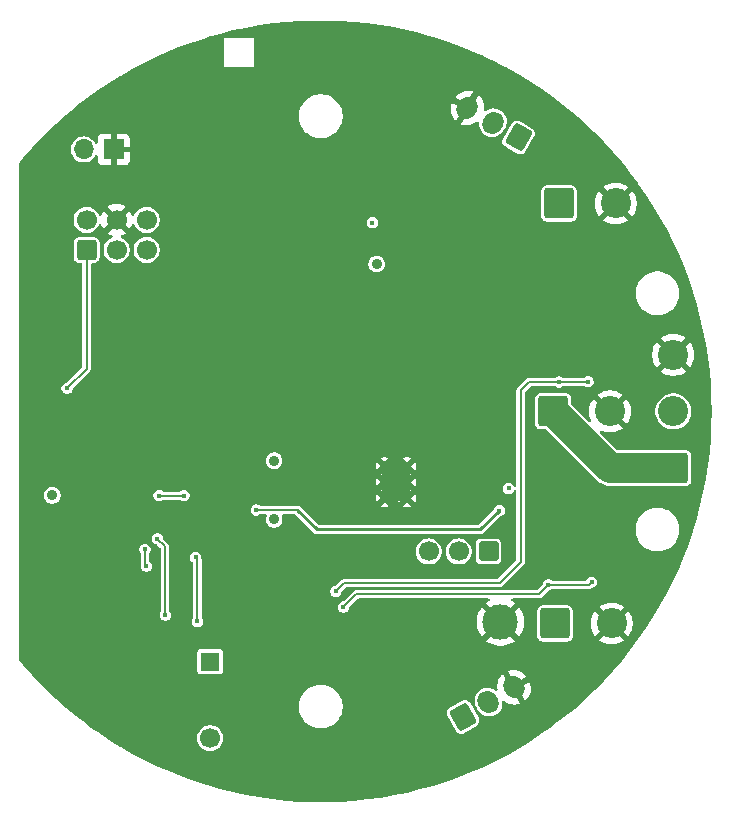
<source format=gbr>
%TF.GenerationSoftware,KiCad,Pcbnew,9.0.0-rc1*%
%TF.CreationDate,2025-03-26T15:14:04+01:00*%
%TF.ProjectId,Robobuoy-Sub-Round-v2_0,526f626f-6275-46f7-992d-5375622d526f,2.0*%
%TF.SameCoordinates,Original*%
%TF.FileFunction,Copper,L4,Bot*%
%TF.FilePolarity,Positive*%
%FSLAX46Y46*%
G04 Gerber Fmt 4.6, Leading zero omitted, Abs format (unit mm)*
G04 Created by KiCad (PCBNEW 9.0.0-rc1) date 2025-03-26 15:14:04*
%MOMM*%
%LPD*%
G01*
G04 APERTURE LIST*
G04 Aperture macros list*
%AMRoundRect*
0 Rectangle with rounded corners*
0 $1 Rounding radius*
0 $2 $3 $4 $5 $6 $7 $8 $9 X,Y pos of 4 corners*
0 Add a 4 corners polygon primitive as box body*
4,1,4,$2,$3,$4,$5,$6,$7,$8,$9,$2,$3,0*
0 Add four circle primitives for the rounded corners*
1,1,$1+$1,$2,$3*
1,1,$1+$1,$4,$5*
1,1,$1+$1,$6,$7*
1,1,$1+$1,$8,$9*
0 Add four rect primitives between the rounded corners*
20,1,$1+$1,$2,$3,$4,$5,0*
20,1,$1+$1,$4,$5,$6,$7,0*
20,1,$1+$1,$6,$7,$8,$9,0*
20,1,$1+$1,$8,$9,$2,$3,0*%
%AMHorizOval*
0 Thick line with rounded ends*
0 $1 width*
0 $2 $3 position (X,Y) of the first rounded end (center of the circle)*
0 $4 $5 position (X,Y) of the second rounded end (center of the circle)*
0 Add line between two ends*
20,1,$1,$2,$3,$4,$5,0*
0 Add two circle primitives to create the rounded ends*
1,1,$1,$2,$3*
1,1,$1,$4,$5*%
G04 Aperture macros list end*
%TA.AperFunction,ComponentPad*%
%ADD10R,1.700000X1.700000*%
%TD*%
%TA.AperFunction,ComponentPad*%
%ADD11O,1.700000X1.700000*%
%TD*%
%TA.AperFunction,ComponentPad*%
%ADD12RoundRect,0.249999X-1.025001X-1.025001X1.025001X-1.025001X1.025001X1.025001X-1.025001X1.025001X0*%
%TD*%
%TA.AperFunction,ComponentPad*%
%ADD13C,2.550000*%
%TD*%
%TA.AperFunction,ComponentPad*%
%ADD14RoundRect,0.206250X0.618750X0.618750X-0.618750X0.618750X-0.618750X-0.618750X0.618750X-0.618750X0*%
%TD*%
%TA.AperFunction,ComponentPad*%
%ADD15C,1.700000*%
%TD*%
%TA.AperFunction,ComponentPad*%
%ADD16R,1.650000X1.650000*%
%TD*%
%TA.AperFunction,ComponentPad*%
%ADD17C,3.000000*%
%TD*%
%TA.AperFunction,ComponentPad*%
%ADD18RoundRect,0.249999X1.025001X-1.025001X1.025001X1.025001X-1.025001X1.025001X-1.025001X-1.025001X0*%
%TD*%
%TA.AperFunction,HeatsinkPad*%
%ADD19C,0.500000*%
%TD*%
%TA.AperFunction,HeatsinkPad*%
%ADD20R,2.400000X3.200000*%
%TD*%
%TA.AperFunction,ComponentPad*%
%ADD21RoundRect,0.250000X-0.157115X-0.927868X0.882115X-0.327868X0.157115X0.927868X-0.882115X0.327868X0*%
%TD*%
%TA.AperFunction,ComponentPad*%
%ADD22HorizOval,1.700000X-0.062500X0.108253X0.062500X-0.108253X0*%
%TD*%
%TA.AperFunction,ComponentPad*%
%ADD23RoundRect,0.250000X0.882115X0.327868X-0.157115X0.927868X-0.882115X-0.327868X0.157115X-0.927868X0*%
%TD*%
%TA.AperFunction,ComponentPad*%
%ADD24HorizOval,1.700000X0.062500X0.108253X-0.062500X-0.108253X0*%
%TD*%
%TA.AperFunction,ComponentPad*%
%ADD25RoundRect,0.250000X0.600000X-0.600000X0.600000X0.600000X-0.600000X0.600000X-0.600000X-0.600000X0*%
%TD*%
%TA.AperFunction,ViaPad*%
%ADD26C,0.900000*%
%TD*%
%TA.AperFunction,ViaPad*%
%ADD27C,0.450000*%
%TD*%
%TA.AperFunction,ViaPad*%
%ADD28C,0.600000*%
%TD*%
%TA.AperFunction,ViaPad*%
%ADD29C,0.800000*%
%TD*%
%TA.AperFunction,Conductor*%
%ADD30C,0.200000*%
%TD*%
%TA.AperFunction,Conductor*%
%ADD31C,2.500000*%
%TD*%
%TA.AperFunction,Conductor*%
%ADD32C,0.250000*%
%TD*%
G04 APERTURE END LIST*
D10*
%TO.P,SW101,1,1*%
%TO.N,GND*%
X-17539000Y22172000D03*
D11*
%TO.P,SW101,2,2*%
%TO.N,EN*%
X-20079000Y22172000D03*
%TD*%
D12*
%TO.P,J402,1,Pin_1*%
%TO.N,Net-(J402-Pin_1)*%
X19825000Y-17960000D03*
D13*
%TO.P,J402,2,Pin_2*%
%TO.N,GND*%
X24625000Y-17960000D03*
%TD*%
D14*
%TO.P,SW201,1*%
%TO.N,Vbatt*%
X14206000Y-11864000D03*
D15*
%TO.P,SW201,2*%
%TO.N,Net-(R205-Pad1)*%
X11666000Y-11864000D03*
%TO.P,SW201,3*%
%TO.N,unconnected-(SW201-Pad3)*%
X9126000Y-11864000D03*
%TD*%
D16*
%TO.P,BZ101,1,+*%
%TO.N,+3.3V*%
X-9372600Y-21184800D03*
D15*
%TO.P,BZ101,2,-*%
%TO.N,Net-(BZ101--)*%
X-9372600Y-27684800D03*
%TD*%
D12*
%TO.P,J201,1,Pin_1*%
%TO.N,Vbatt*%
X19685000Y0D03*
D13*
%TO.P,J201,2,Pin_2*%
%TO.N,GND*%
X24485000Y0D03*
%TD*%
D17*
%TO.P,TP203,1,1*%
%TO.N,GND*%
X15214600Y-17830800D03*
%TD*%
D18*
%TO.P,J202,1,Pin_1*%
%TO.N,Vbatt*%
X29845000Y-4800000D03*
D13*
%TO.P,J202,2,Pin_2*%
%TO.N,/CPU/COM*%
X29845000Y0D03*
%TO.P,J202,3,Pin_3*%
%TO.N,GND*%
X29845000Y4800000D03*
%TD*%
D19*
%TO.P,U201,9,PAD*%
%TO.N,GND*%
X5400000Y-4650000D03*
X5400000Y-6000000D03*
X5400000Y-7350000D03*
D20*
X6350000Y-6000000D03*
D19*
X7300000Y-4650000D03*
X7300000Y-6000000D03*
X7300000Y-7350000D03*
%TD*%
D12*
%TO.P,J302,1,Pin_1*%
%TO.N,Net-(J302-Pin_1)*%
X20170000Y17600000D03*
D13*
%TO.P,J302,2,Pin_2*%
%TO.N,GND*%
X24970001Y17600000D03*
%TD*%
D21*
%TO.P,J401,1,Pin_1*%
%TO.N,Net-(J401-Pin_1)*%
X12032437Y-25867337D03*
D22*
%TO.P,J401,2,Pin_2*%
%TO.N,Net-(J401-Pin_2)*%
X14197501Y-24617337D03*
%TO.P,J401,3,Pin_3*%
%TO.N,GND*%
X16362564Y-23367337D03*
%TD*%
D23*
%TO.P,J301,1,Pin_1*%
%TO.N,Net-(J301-Pin_1)*%
X16746000Y23188000D03*
D24*
%TO.P,J301,2,Pin_2*%
%TO.N,Net-(J301-Pin_2)*%
X14580936Y24438000D03*
%TO.P,J301,3,Pin_3*%
%TO.N,GND*%
X12415873Y25688000D03*
%TD*%
D25*
%TO.P,J101,1,Pin_1*%
%TO.N,EN*%
X-19835000Y13672500D03*
D15*
%TO.P,J101,2,Pin_2*%
%TO.N,+3.3V*%
X-19835000Y16212500D03*
%TO.P,J101,3,Pin_3*%
%TO.N,TX*%
X-17295000Y13672500D03*
%TO.P,J101,4,Pin_4*%
%TO.N,GND*%
X-17295000Y16212500D03*
%TO.P,J101,5,Pin_5*%
%TO.N,RX*%
X-14755000Y13672500D03*
%TO.P,J101,6,Pin_6*%
%TO.N,DR0*%
X-14755000Y16212500D03*
%TD*%
D26*
%TO.N,+3.3V*%
X-3950000Y-4175000D03*
X4724400Y12483400D03*
D27*
X4368800Y15976600D03*
D26*
X-22733000Y-7112000D03*
X-3944400Y-9141262D03*
D27*
%TO.N,EN*%
X-21480000Y1960000D03*
%TO.N,GND*%
X3708400Y-11582400D03*
D26*
X1066800Y8280400D03*
D27*
X10910000Y-14000000D03*
X-4267200Y28524200D03*
X24970001Y11300000D03*
X-5606000Y-13528500D03*
X-16900000Y-11040000D03*
X-24890000Y5170000D03*
D28*
X13030200Y1244600D03*
D27*
X1830000Y-7790000D03*
X24970001Y4920000D03*
X-24890000Y-5240000D03*
D28*
X-7493000Y-5715000D03*
D27*
X-24890000Y-4020000D03*
X-24890000Y6000000D03*
X15250000Y-13590000D03*
D29*
X22098000Y508000D03*
D28*
X-24257000Y-14681200D03*
X-13970000Y1828800D03*
D27*
X27330000Y-1710000D03*
X-24890000Y-2000000D03*
X1260000Y-10670000D03*
X16020000Y-14530000D03*
D28*
X-16557800Y-962200D03*
D27*
X6470000Y-8380000D03*
X-1295400Y3276600D03*
X-24890000Y-1000000D03*
X6040000Y-18480000D03*
X-24930000Y12000000D03*
D26*
X3657600Y30911800D03*
D27*
X6780000Y-10710000D03*
X-1980000Y-7710000D03*
D26*
X-1524000Y12420600D03*
X3530600Y8255000D03*
D27*
X-24910000Y7000000D03*
X-24890000Y4000000D03*
X17272000Y-16256000D03*
D26*
X11480800Y8255000D03*
D27*
X14490000Y2600000D03*
D29*
X13311000Y-6905000D03*
D27*
X11404600Y-22733000D03*
X10970000Y-17210000D03*
X20210000Y-7100000D03*
X-5410200Y28397200D03*
X-24920000Y-7360000D03*
X-15036800Y-18491200D03*
X28280000Y-2330000D03*
D26*
X-5562600Y14681200D03*
D27*
X-22140000Y-15300000D03*
X-24890000Y3000000D03*
X-24900000Y8000000D03*
X24970001Y-7950000D03*
X-8788400Y-13589000D03*
D29*
X15730000Y17219000D03*
D27*
X-457200Y-3708400D03*
D28*
X-20345400Y-14300200D03*
D29*
X15730000Y-3228000D03*
D27*
X-20517000Y-10769600D03*
X20210000Y-5910000D03*
D28*
X-17043400Y-14300200D03*
D27*
X-24890000Y0D03*
D28*
X-24003000Y7239000D03*
D27*
X-24890000Y-6300000D03*
D28*
X-24003000Y10363200D03*
D27*
X24970001Y-12660000D03*
D26*
X11506200Y5715000D03*
D27*
X12940000Y-10990000D03*
D28*
X-19456400Y-3632200D03*
D27*
X12850000Y-9220000D03*
X6490000Y860000D03*
X4826000Y-16560800D03*
X-11900000Y-14500000D03*
D29*
X15748000Y-4318000D03*
X3030000Y4900000D03*
D27*
X-2565400Y-11734800D03*
X1240000Y-9270000D03*
X-24960000Y-8770000D03*
X-24930000Y11000000D03*
X-24930000Y10000000D03*
X-24930000Y8940000D03*
X-9525000Y27762200D03*
D28*
X-24028400Y-7416800D03*
D27*
X24970001Y13830000D03*
D29*
X18288000Y-4318000D03*
D27*
X-24890000Y2000000D03*
X-24890000Y-3000000D03*
D28*
X-19354800Y1828800D03*
D27*
X-24890000Y1000000D03*
X-21620000Y-13740000D03*
D26*
X9245600Y8255000D03*
D27*
X-25000000Y13000000D03*
D28*
X-13970000Y-3556000D03*
D27*
X-4876800Y29057600D03*
X28280000Y-2330000D03*
%TO.N,/CPU/Vsamp*%
X-14884400Y-11684000D03*
X-14757400Y-13106400D03*
%TO.N,/CPU/COM*%
X15113000Y-8407400D03*
X-5475000Y-8350000D03*
X15900400Y-6527800D03*
%TO.N,Net-(Q302-G)*%
X1270000Y-15240000D03*
X20167600Y2489200D03*
X22625000Y2500000D03*
%TO.N,Net-(Q402-G)*%
X19253200Y-14681200D03*
X1917700Y-16573500D03*
X22925000Y-14450000D03*
%TO.N,BUZZER*%
X-13843000Y-10795000D03*
X-13157200Y-17246600D03*
%TO.N,/CPU/VbatEn*%
X-13690600Y-7137400D03*
X-11582400Y-7137400D03*
%TO.N,/CPU/ESC_BB*%
X-10439400Y-17780000D03*
X-10591800Y-12369800D03*
%TD*%
D30*
%TO.N,EN*%
X-19835000Y3605000D02*
X-21480000Y1960000D01*
X-19835000Y13672500D02*
X-19835000Y3605000D01*
D31*
%TO.N,Vbatt*%
X29845000Y-4800000D02*
X24485000Y-4800000D01*
X24485000Y-4800000D02*
X19685000Y0D01*
D30*
%TO.N,/CPU/Vsamp*%
X-14884400Y-12979400D02*
X-14757400Y-13106400D01*
X-14884400Y-11684000D02*
X-14884400Y-12979400D01*
D32*
%TO.N,/CPU/COM*%
X-350000Y-10000000D02*
X-2000000Y-8350000D01*
X13520400Y-10000000D02*
X-350000Y-10000000D01*
X15113000Y-8407400D02*
X13520400Y-10000000D01*
D30*
X-5475000Y-8350000D02*
X-2000000Y-8350000D01*
%TO.N,Net-(Q302-G)*%
X20178400Y2500000D02*
X20167600Y2489200D01*
X16916400Y1778000D02*
X17627600Y2489200D01*
X1270000Y-15240000D02*
X1981200Y-14528800D01*
X16916400Y-12750800D02*
X16916400Y1778000D01*
X17627600Y2489200D02*
X20167600Y2489200D01*
X22625000Y2500000D02*
X20178400Y2500000D01*
X15138400Y-14528800D02*
X16916400Y-12750800D01*
X1981200Y-14528800D02*
X15138400Y-14528800D01*
%TO.N,Net-(Q402-G)*%
X2997200Y-15494000D02*
X18440400Y-15494000D01*
X19253200Y-14681200D02*
X22693800Y-14681200D01*
X1917700Y-16573500D02*
X2997200Y-15494000D01*
X22693800Y-14681200D02*
X22925000Y-14450000D01*
X18440400Y-15494000D02*
X19253200Y-14681200D01*
%TO.N,BUZZER*%
X-13208000Y-11430000D02*
X-13208000Y-17195800D01*
X-13843000Y-10795000D02*
X-13208000Y-11430000D01*
X-13208000Y-17195800D02*
X-13157200Y-17246600D01*
%TO.N,/CPU/VbatEn*%
X-11582400Y-7137400D02*
X-13690600Y-7137400D01*
%TO.N,/CPU/ESC_BB*%
X-10439400Y-17780000D02*
X-10439400Y-12522200D01*
X-10439400Y-12522200D02*
X-10591800Y-12369800D01*
%TD*%
%TA.AperFunction,Conductor*%
%TO.N,GND*%
G36*
X503462Y33092021D02*
G01*
X1642699Y33055058D01*
X1646926Y33054848D01*
X2784206Y32978532D01*
X2788418Y32978176D01*
X3922393Y32862595D01*
X3926549Y32862099D01*
X5055897Y32707389D01*
X5060067Y32706744D01*
X6183294Y32513108D01*
X6187481Y32512312D01*
X7303363Y32279966D01*
X7307491Y32279032D01*
X8108877Y32083044D01*
X8414674Y32008257D01*
X8418819Y32007167D01*
X8547603Y31970911D01*
X9515998Y31698283D01*
X9520026Y31697073D01*
X10605896Y31350444D01*
X10609866Y31349101D01*
X11683106Y30965148D01*
X11687060Y30963656D01*
X12576667Y30610259D01*
X12746348Y30542853D01*
X12750304Y30541202D01*
X13794399Y30084046D01*
X13798295Y30082259D01*
X13919791Y30023978D01*
X14825959Y29589293D01*
X14829753Y29587392D01*
X15282462Y29350645D01*
X15839785Y29059189D01*
X15843549Y29057137D01*
X15961337Y28990256D01*
X16834727Y28494339D01*
X16838382Y28492178D01*
X17809505Y27895463D01*
X17813088Y27893176D01*
X18763020Y27263243D01*
X18766499Y27260849D01*
X19694108Y26598448D01*
X19697518Y26595923D01*
X20520265Y25964353D01*
X20601650Y25901879D01*
X20604995Y25899218D01*
X20918677Y25640713D01*
X21484596Y25174340D01*
X21487856Y25171557D01*
X21757090Y24933589D01*
X22341866Y24416723D01*
X22344987Y24413867D01*
X23016931Y23777257D01*
X23172420Y23629944D01*
X23175480Y23626943D01*
X23975304Y22814910D01*
X23978258Y22811805D01*
X24743660Y21979007D01*
X24749530Y21972621D01*
X24752367Y21969425D01*
X25494211Y21104042D01*
X25496912Y21100777D01*
X25837245Y20674814D01*
X26208356Y20210328D01*
X26210974Y20206934D01*
X26891248Y19292383D01*
X26893746Y19288900D01*
X27541980Y18351421D01*
X27544357Y18347853D01*
X28159800Y17388528D01*
X28162052Y17384881D01*
X28743986Y16404833D01*
X28746110Y16401110D01*
X29293800Y15401575D01*
X29295794Y15397781D01*
X29808632Y14379871D01*
X29810495Y14376010D01*
X30287840Y13340992D01*
X30289567Y13337069D01*
X30730841Y12286199D01*
X30732432Y12282219D01*
X31137125Y11216716D01*
X31138578Y11212683D01*
X31506209Y10133807D01*
X31507521Y10129727D01*
X31837644Y9038788D01*
X31838814Y9034664D01*
X32131021Y7933015D01*
X32132049Y7928853D01*
X32386021Y6817692D01*
X32386903Y6813498D01*
X32602304Y5694296D01*
X32603042Y5690073D01*
X32779644Y4564017D01*
X32780234Y4559772D01*
X32917801Y3428353D01*
X32918245Y3424089D01*
X33016629Y2288556D01*
X33016925Y2284280D01*
X33076002Y1146032D01*
X33076150Y1141748D01*
X33095849Y2143D01*
X33095849Y-2143D01*
X33076150Y-1141747D01*
X33076002Y-1146031D01*
X33016925Y-2284279D01*
X33016629Y-2288555D01*
X32918245Y-3424088D01*
X32917801Y-3428352D01*
X32780234Y-4559771D01*
X32779644Y-4564016D01*
X32603042Y-5690072D01*
X32602304Y-5694295D01*
X32386903Y-6813497D01*
X32386021Y-6817691D01*
X32132049Y-7928852D01*
X32131021Y-7933014D01*
X31838814Y-9034663D01*
X31837644Y-9038787D01*
X31507521Y-10129726D01*
X31506209Y-10133806D01*
X31138578Y-11212682D01*
X31137125Y-11216715D01*
X30732432Y-12282218D01*
X30730841Y-12286198D01*
X30289567Y-13337068D01*
X30287840Y-13340991D01*
X29810495Y-14376009D01*
X29808632Y-14379870D01*
X29295794Y-15397780D01*
X29293800Y-15401574D01*
X28746110Y-16401109D01*
X28743986Y-16404832D01*
X28162052Y-17384880D01*
X28159800Y-17388527D01*
X27544357Y-18347852D01*
X27541980Y-18351420D01*
X26893746Y-19288899D01*
X26891248Y-19292382D01*
X26210974Y-20206933D01*
X26208356Y-20210327D01*
X25496928Y-21100757D01*
X25494195Y-21104060D01*
X24752375Y-21969415D01*
X24749530Y-21972620D01*
X23978259Y-22811803D01*
X23975304Y-22814909D01*
X23175480Y-23626942D01*
X23172420Y-23629943D01*
X22345008Y-24413847D01*
X22341845Y-24416741D01*
X21487856Y-25171556D01*
X21484596Y-25174339D01*
X20605004Y-25899210D01*
X20601650Y-25901878D01*
X19697535Y-26595909D01*
X19694090Y-26598460D01*
X18766525Y-27260830D01*
X18762994Y-27263260D01*
X17813103Y-27893165D01*
X17809490Y-27895472D01*
X16838399Y-28492167D01*
X16834709Y-28494348D01*
X15843549Y-29057136D01*
X15839785Y-29059188D01*
X14829771Y-29587382D01*
X14825939Y-29589302D01*
X13798295Y-30082258D01*
X13794399Y-30084045D01*
X12750304Y-30541201D01*
X12746348Y-30542852D01*
X11687088Y-30963644D01*
X11683078Y-30965157D01*
X10609911Y-31349084D01*
X10605850Y-31350458D01*
X9520064Y-31697060D01*
X9515959Y-31698293D01*
X8418819Y-32007166D01*
X8414674Y-32008256D01*
X7307517Y-32279025D01*
X7303336Y-32279971D01*
X6187493Y-32512308D01*
X6183282Y-32513109D01*
X5060100Y-32706737D01*
X5055864Y-32707393D01*
X3926599Y-32862092D01*
X3922343Y-32862600D01*
X2788448Y-32978172D01*
X2784176Y-32978533D01*
X1646953Y-33054845D01*
X1642672Y-33055058D01*
X503495Y-33092019D01*
X499209Y-33092084D01*
X-640591Y-33089650D01*
X-644877Y-33089566D01*
X-1783858Y-33047739D01*
X-1788138Y-33047508D01*
X-2925030Y-32966338D01*
X-2929299Y-32965959D01*
X-4062688Y-32845544D01*
X-4066942Y-32845018D01*
X-5195536Y-32685497D01*
X-5199770Y-32684823D01*
X-6322123Y-32486398D01*
X-6326330Y-32485579D01*
X-7441171Y-32248476D01*
X-7445348Y-32247512D01*
X-8551337Y-31972018D01*
X-8555478Y-31970910D01*
X-9651269Y-31657357D01*
X-9655369Y-31656107D01*
X-10739682Y-31304864D01*
X-10743736Y-31303473D01*
X-11815270Y-30914959D01*
X-11819274Y-30913428D01*
X-12876710Y-30488122D01*
X-12880659Y-30486454D01*
X-13922779Y-30024848D01*
X-13926667Y-30023045D01*
X-14952220Y-29525691D01*
X-14956044Y-29523754D01*
X-15835223Y-29059188D01*
X-15963790Y-28991252D01*
X-15967536Y-28989189D01*
X-16956261Y-28422183D01*
X-16959942Y-28419987D01*
X-17928488Y-27819141D01*
X-17932091Y-27816819D01*
X-18112059Y-27696366D01*
X-18258745Y-27598189D01*
X-10473100Y-27598189D01*
X-10473100Y-27771410D01*
X-10453629Y-27894350D01*
X-10446002Y-27942501D01*
X-10392473Y-28107245D01*
X-10313832Y-28261588D01*
X-10212014Y-28401728D01*
X-10089528Y-28524214D01*
X-9949388Y-28626032D01*
X-9795045Y-28704673D01*
X-9630301Y-28758202D01*
X-9459211Y-28785300D01*
X-9459210Y-28785300D01*
X-9285990Y-28785300D01*
X-9285989Y-28785300D01*
X-9114899Y-28758202D01*
X-8950155Y-28704673D01*
X-8795812Y-28626032D01*
X-8655672Y-28524214D01*
X-8533186Y-28401728D01*
X-8431368Y-28261588D01*
X-8352727Y-28107245D01*
X-8299198Y-27942501D01*
X-8272100Y-27771411D01*
X-8272100Y-27598189D01*
X-8299198Y-27427099D01*
X-8352727Y-27262355D01*
X-8431368Y-27108012D01*
X-8533186Y-26967872D01*
X-8655672Y-26845386D01*
X-8795812Y-26743568D01*
X-8950155Y-26664927D01*
X-9114899Y-26611398D01*
X-9114901Y-26611397D01*
X-9114902Y-26611397D01*
X-9246329Y-26590581D01*
X-9285989Y-26584300D01*
X-9459211Y-26584300D01*
X-9498872Y-26590581D01*
X-9630298Y-26611397D01*
X-9795048Y-26664928D01*
X-9949389Y-26743568D01*
X-10029344Y-26801659D01*
X-10089528Y-26845386D01*
X-10089530Y-26845388D01*
X-10089531Y-26845388D01*
X-10212012Y-26967869D01*
X-10212012Y-26967870D01*
X-10212014Y-26967872D01*
X-10255741Y-27028056D01*
X-10313832Y-27108011D01*
X-10392472Y-27262352D01*
X-10446003Y-27427102D01*
X-10473100Y-27598189D01*
X-18258745Y-27598189D01*
X-18879315Y-27182840D01*
X-18882835Y-27180394D01*
X-19177773Y-26967872D01*
X-19807548Y-26514077D01*
X-19810938Y-26511545D01*
X-20712118Y-25813629D01*
X-20715461Y-25810946D01*
X-21591932Y-25082339D01*
X-21595180Y-25079542D01*
X-21721176Y-24967216D01*
X-21721182Y-24967211D01*
X-21820452Y-24878711D01*
X-1850500Y-24878711D01*
X-1850500Y-25121288D01*
X-1818839Y-25361785D01*
X-1756053Y-25596104D01*
X-1663227Y-25820205D01*
X-1663223Y-25820214D01*
X-1658084Y-25829115D01*
X-1541936Y-26030289D01*
X-1541934Y-26030292D01*
X-1541933Y-26030293D01*
X-1394267Y-26222736D01*
X-1394261Y-26222743D01*
X-1222744Y-26394260D01*
X-1222738Y-26394265D01*
X-1030289Y-26541936D01*
X-820212Y-26663224D01*
X-596100Y-26756054D01*
X-361789Y-26818838D01*
X-181414Y-26842584D01*
X-121289Y-26850500D01*
X-121288Y-26850500D01*
X121289Y-26850500D01*
X169388Y-26844167D01*
X361789Y-26818838D01*
X596100Y-26756054D01*
X820212Y-26663224D01*
X1030289Y-26541936D01*
X1222738Y-26394265D01*
X1394265Y-26222738D01*
X1541936Y-26030289D01*
X1663224Y-25820212D01*
X1756054Y-25596100D01*
X1768004Y-25551501D01*
X10644817Y-25551501D01*
X10644818Y-25551503D01*
X10668683Y-25693426D01*
X10692942Y-25748263D01*
X11465812Y-27086912D01*
X11465814Y-27086916D01*
X11501167Y-27135333D01*
X11501173Y-27135339D01*
X11612146Y-27226966D01*
X11612147Y-27226966D01*
X11612149Y-27226968D01*
X11744451Y-27283622D01*
X11887355Y-27300710D01*
X12029284Y-27276842D01*
X12084113Y-27252588D01*
X13206260Y-26604714D01*
X13254681Y-26569359D01*
X13346315Y-26458379D01*
X13402969Y-26326076D01*
X13420056Y-26183172D01*
X13396189Y-26041243D01*
X13371934Y-25986415D01*
X12599061Y-24647761D01*
X12599059Y-24647757D01*
X12563706Y-24599340D01*
X12563705Y-24599339D01*
X12557557Y-24594263D01*
X12452725Y-24507706D01*
X12388459Y-24480186D01*
X13031476Y-24480186D01*
X13031476Y-24480193D01*
X13040542Y-24653168D01*
X13040542Y-24653172D01*
X13040543Y-24653173D01*
X13066224Y-24773998D01*
X13076557Y-24822609D01*
X13138634Y-24984326D01*
X13138637Y-24984331D01*
X13350244Y-25350845D01*
X13350249Y-25350852D01*
X13459260Y-25485468D01*
X13582129Y-25596100D01*
X13587988Y-25601375D01*
X13733265Y-25695720D01*
X13733268Y-25695721D01*
X13733271Y-25695723D01*
X13785645Y-25719040D01*
X13891512Y-25766175D01*
X14058831Y-25811008D01*
X14231105Y-25829115D01*
X14404090Y-25820049D01*
X14573527Y-25784034D01*
X14735245Y-25721956D01*
X14885259Y-25635345D01*
X15019878Y-25526333D01*
X15135786Y-25397603D01*
X15230131Y-25252326D01*
X15300586Y-25094079D01*
X15345419Y-24926760D01*
X15363526Y-24754487D01*
X15356195Y-24614626D01*
X15372343Y-24546649D01*
X15422680Y-24498193D01*
X15491223Y-24484643D01*
X15556211Y-24510301D01*
X15562997Y-24515986D01*
X15600693Y-24549928D01*
X15600698Y-24549932D01*
X15778904Y-24665659D01*
X15973036Y-24752092D01*
X16178281Y-24807087D01*
X16389618Y-24829299D01*
X16601815Y-24818179D01*
X16601824Y-24818178D01*
X16809675Y-24773998D01*
X16872172Y-24750006D01*
X16872172Y-24750005D01*
X16348131Y-23842337D01*
X16425099Y-23842337D01*
X16545907Y-23809967D01*
X16654221Y-23747432D01*
X16742659Y-23658994D01*
X16781142Y-23592338D01*
X17305184Y-24500005D01*
X17305185Y-24500005D01*
X17357219Y-24457870D01*
X17499401Y-24299961D01*
X17499405Y-24299956D01*
X17615133Y-24121749D01*
X17701565Y-23927620D01*
X17756561Y-23722372D01*
X17778773Y-23511041D01*
X17778773Y-23511032D01*
X17767653Y-23298838D01*
X17767652Y-23298829D01*
X17723473Y-23090984D01*
X17654126Y-22910328D01*
X17654125Y-22910327D01*
X16837564Y-23381768D01*
X16837564Y-23304802D01*
X16805194Y-23183994D01*
X16742659Y-23075680D01*
X16654221Y-22987242D01*
X16587563Y-22948757D01*
X17404124Y-22477316D01*
X17404124Y-22477315D01*
X17282344Y-22326929D01*
X17124434Y-22184747D01*
X17124429Y-22184742D01*
X16946222Y-22069014D01*
X16752094Y-21982582D01*
X16752095Y-21982582D01*
X16546840Y-21927584D01*
X16335509Y-21905374D01*
X16123312Y-21916494D01*
X16123303Y-21916495D01*
X15915460Y-21960674D01*
X15852953Y-21984667D01*
X16376997Y-22892337D01*
X16300029Y-22892337D01*
X16179221Y-22924707D01*
X16070907Y-22987242D01*
X15982469Y-23075680D01*
X15943985Y-23142336D01*
X15419942Y-22234667D01*
X15419941Y-22234666D01*
X15367912Y-22276800D01*
X15225726Y-22434713D01*
X15225722Y-22434718D01*
X15109994Y-22612925D01*
X15023562Y-22807053D01*
X14968564Y-23012307D01*
X14946354Y-23223633D01*
X14946354Y-23223642D01*
X14957474Y-23435835D01*
X14968022Y-23485458D01*
X14962705Y-23555125D01*
X14920567Y-23610858D01*
X14854987Y-23634963D01*
X14786786Y-23619786D01*
X14779196Y-23615233D01*
X14661741Y-23538957D01*
X14660409Y-23538364D01*
X14503490Y-23468499D01*
X14503488Y-23468498D01*
X14503489Y-23468498D01*
X14336175Y-23423667D01*
X14336174Y-23423666D01*
X14336171Y-23423666D01*
X14163897Y-23405559D01*
X14163895Y-23405559D01*
X13990916Y-23414625D01*
X13990907Y-23414627D01*
X13821475Y-23450640D01*
X13659758Y-23512717D01*
X13659753Y-23512720D01*
X13509745Y-23599327D01*
X13509738Y-23599332D01*
X13375122Y-23708343D01*
X13259218Y-23837068D01*
X13259213Y-23837073D01*
X13164874Y-23982344D01*
X13094415Y-24140596D01*
X13065008Y-24250347D01*
X13049583Y-24307914D01*
X13039495Y-24403895D01*
X13031476Y-24480186D01*
X12388459Y-24480186D01*
X12320423Y-24451052D01*
X12320420Y-24451051D01*
X12320421Y-24451051D01*
X12177518Y-24433963D01*
X12177517Y-24433964D01*
X12035593Y-24457831D01*
X12035591Y-24457831D01*
X12035590Y-24457832D01*
X12017313Y-24465916D01*
X11980755Y-24482088D01*
X10858614Y-25129959D01*
X10858610Y-25129961D01*
X10810194Y-25165314D01*
X10810190Y-25165318D01*
X10718560Y-25276292D01*
X10661905Y-25408598D01*
X10644817Y-25551501D01*
X1768004Y-25551501D01*
X1818838Y-25361789D01*
X1850500Y-25121288D01*
X1850500Y-24878712D01*
X1818838Y-24638211D01*
X1756054Y-24403900D01*
X1663224Y-24179788D01*
X1541936Y-23969711D01*
X1444199Y-23842337D01*
X1394266Y-23777263D01*
X1394260Y-23777256D01*
X1222743Y-23605739D01*
X1222736Y-23605733D01*
X1030293Y-23458067D01*
X1030292Y-23458066D01*
X1030289Y-23458064D01*
X820212Y-23336776D01*
X743020Y-23304802D01*
X596104Y-23243947D01*
X361785Y-23181161D01*
X121289Y-23149500D01*
X121288Y-23149500D01*
X-121288Y-23149500D01*
X-121289Y-23149500D01*
X-361786Y-23181161D01*
X-596105Y-23243947D01*
X-820206Y-23336773D01*
X-820215Y-23336777D01*
X-1030294Y-23458067D01*
X-1222737Y-23605733D01*
X-1222744Y-23605739D01*
X-1394261Y-23777256D01*
X-1394267Y-23777263D01*
X-1541933Y-23969706D01*
X-1663223Y-24179785D01*
X-1663227Y-24179794D01*
X-1756053Y-24403895D01*
X-1818839Y-24638214D01*
X-1850500Y-24878711D01*
X-21820452Y-24878711D01*
X-22445964Y-24321061D01*
X-22449113Y-24318154D01*
X-23273156Y-23530735D01*
X-23276204Y-23527720D01*
X-24072552Y-22712277D01*
X-24075493Y-22709159D01*
X-24737568Y-21982582D01*
X-24843164Y-21866698D01*
X-24845989Y-21863489D01*
X-25553605Y-21030861D01*
X-25582019Y-20967030D01*
X-25583118Y-20950579D01*
X-25583212Y-20335121D01*
X-10448100Y-20335121D01*
X-10448100Y-22034478D01*
X-10433568Y-22107535D01*
X-10433567Y-22107539D01*
X-10433566Y-22107540D01*
X-10378201Y-22190401D01*
X-10311951Y-22234667D01*
X-10295340Y-22245766D01*
X-10295336Y-22245767D01*
X-10222279Y-22260299D01*
X-10222276Y-22260300D01*
X-10222274Y-22260300D01*
X-8522924Y-22260300D01*
X-8522923Y-22260299D01*
X-8449860Y-22245766D01*
X-8366999Y-22190401D01*
X-8311634Y-22107540D01*
X-8297100Y-22034474D01*
X-8297100Y-20335126D01*
X-8297100Y-20335123D01*
X-8297101Y-20335121D01*
X-8311633Y-20262064D01*
X-8311634Y-20262060D01*
X-8366999Y-20179199D01*
X-8449860Y-20123834D01*
X-8449861Y-20123833D01*
X-8449865Y-20123832D01*
X-8522923Y-20109300D01*
X-8522926Y-20109300D01*
X-10222274Y-20109300D01*
X-10222277Y-20109300D01*
X-10295336Y-20123832D01*
X-10295340Y-20123833D01*
X-10378201Y-20179199D01*
X-10433567Y-20262060D01*
X-10433568Y-20262064D01*
X-10448100Y-20335121D01*
X-25583212Y-20335121D01*
X-25584538Y-11621399D01*
X-15359900Y-11621399D01*
X-15359900Y-11746601D01*
X-15327495Y-11867536D01*
X-15264895Y-11975964D01*
X-15264893Y-11975966D01*
X-15260526Y-11981657D01*
X-15235330Y-12046825D01*
X-15234900Y-12057146D01*
X-15234900Y-13025545D01*
X-15233961Y-13032679D01*
X-15232900Y-13048863D01*
X-15232900Y-13169001D01*
X-15200495Y-13289936D01*
X-15137895Y-13398364D01*
X-15049364Y-13486895D01*
X-14940936Y-13549495D01*
X-14820001Y-13581900D01*
X-14819999Y-13581900D01*
X-14694801Y-13581900D01*
X-14694799Y-13581900D01*
X-14573864Y-13549495D01*
X-14465436Y-13486895D01*
X-14376905Y-13398364D01*
X-14314305Y-13289936D01*
X-14281900Y-13169001D01*
X-14281900Y-13043799D01*
X-14314305Y-12922864D01*
X-14376905Y-12814436D01*
X-14465436Y-12725905D01*
X-14465438Y-12725904D01*
X-14465440Y-12725902D01*
X-14471906Y-12722169D01*
X-14520119Y-12671599D01*
X-14533900Y-12614785D01*
X-14533900Y-12057146D01*
X-14514215Y-11990107D01*
X-14508274Y-11981657D01*
X-14503912Y-11975970D01*
X-14503905Y-11975964D01*
X-14441305Y-11867536D01*
X-14408900Y-11746601D01*
X-14408900Y-11621399D01*
X-14441305Y-11500464D01*
X-14503905Y-11392036D01*
X-14592436Y-11303505D01*
X-14700864Y-11240905D01*
X-14700863Y-11240905D01*
X-14741176Y-11230103D01*
X-14821799Y-11208500D01*
X-14947001Y-11208500D01*
X-15027625Y-11230103D01*
X-15067937Y-11240905D01*
X-15176363Y-11303504D01*
X-15176366Y-11303506D01*
X-15264894Y-11392034D01*
X-15264896Y-11392037D01*
X-15327495Y-11500463D01*
X-15327495Y-11500464D01*
X-15359900Y-11621399D01*
X-25584538Y-11621399D01*
X-25584673Y-10732399D01*
X-14318500Y-10732399D01*
X-14318500Y-10857601D01*
X-14286095Y-10978536D01*
X-14223495Y-11086964D01*
X-14134964Y-11175495D01*
X-14026536Y-11238095D01*
X-13905601Y-11270500D01*
X-13905599Y-11270500D01*
X-13898483Y-11271437D01*
X-13834587Y-11299703D01*
X-13826987Y-11306695D01*
X-13594819Y-11538863D01*
X-13561334Y-11600186D01*
X-13558500Y-11626544D01*
X-13558500Y-16957445D01*
X-13575112Y-17019443D01*
X-13600293Y-17063059D01*
X-13600295Y-17063062D01*
X-13621899Y-17143687D01*
X-13632700Y-17183999D01*
X-13632700Y-17309201D01*
X-13600295Y-17430136D01*
X-13537695Y-17538564D01*
X-13449164Y-17627095D01*
X-13340736Y-17689695D01*
X-13219801Y-17722100D01*
X-13219799Y-17722100D01*
X-13094601Y-17722100D01*
X-13094599Y-17722100D01*
X-12973664Y-17689695D01*
X-12865236Y-17627095D01*
X-12776705Y-17538564D01*
X-12714105Y-17430136D01*
X-12681700Y-17309201D01*
X-12681700Y-17183999D01*
X-12714105Y-17063064D01*
X-12776705Y-16954636D01*
X-12821181Y-16910160D01*
X-12854666Y-16848837D01*
X-12857500Y-16822479D01*
X-12857500Y-12307199D01*
X-11067300Y-12307199D01*
X-11067300Y-12432401D01*
X-11034895Y-12553336D01*
X-10972295Y-12661764D01*
X-10883764Y-12750295D01*
X-10883763Y-12750296D01*
X-10883761Y-12750297D01*
X-10851902Y-12768690D01*
X-10803686Y-12819256D01*
X-10789900Y-12876078D01*
X-10789900Y-17406853D01*
X-10809585Y-17473892D01*
X-10815523Y-17482338D01*
X-10819895Y-17488034D01*
X-10882495Y-17596463D01*
X-10882495Y-17596464D01*
X-10914900Y-17717399D01*
X-10914900Y-17842601D01*
X-10882495Y-17963536D01*
X-10819895Y-18071964D01*
X-10731364Y-18160495D01*
X-10622936Y-18223095D01*
X-10502001Y-18255500D01*
X-10501999Y-18255500D01*
X-10376801Y-18255500D01*
X-10376799Y-18255500D01*
X-10255864Y-18223095D01*
X-10147436Y-18160495D01*
X-10058905Y-18071964D01*
X-9996305Y-17963536D01*
X-9963900Y-17842601D01*
X-9963900Y-17717399D01*
X-9996305Y-17596464D01*
X-10058905Y-17488036D01*
X-10058906Y-17488034D01*
X-10063277Y-17482338D01*
X-10088470Y-17417169D01*
X-10088900Y-17406853D01*
X-10088900Y-16510899D01*
X1442200Y-16510899D01*
X1442200Y-16636101D01*
X1474605Y-16757036D01*
X1537205Y-16865464D01*
X1625736Y-16953995D01*
X1734164Y-17016595D01*
X1855099Y-17049000D01*
X1855101Y-17049000D01*
X1980299Y-17049000D01*
X1980301Y-17049000D01*
X2101236Y-17016595D01*
X2209664Y-16953995D01*
X2298195Y-16865464D01*
X2360795Y-16757036D01*
X2393200Y-16636101D01*
X2393200Y-16636096D01*
X2394137Y-16628984D01*
X2422402Y-16565087D01*
X2429383Y-16557498D01*
X3106063Y-15880819D01*
X3167386Y-15847334D01*
X3193744Y-15844500D01*
X14192199Y-15844500D01*
X14259238Y-15864185D01*
X14304993Y-15916989D01*
X14314937Y-15986147D01*
X14285912Y-16049703D01*
X14254200Y-16075887D01*
X14101068Y-16164298D01*
X13988233Y-16250879D01*
X13988233Y-16250880D01*
X14890574Y-17153221D01*
X14859342Y-17166159D01*
X14736503Y-17248237D01*
X14632037Y-17352703D01*
X14549959Y-17475542D01*
X14537021Y-17506774D01*
X13634680Y-16604433D01*
X13634679Y-16604433D01*
X13548096Y-16717271D01*
X13417009Y-16944317D01*
X13417004Y-16944328D01*
X13316675Y-17186544D01*
X13248822Y-17439779D01*
X13248820Y-17439790D01*
X13214600Y-17699705D01*
X13214600Y-17961894D01*
X13248820Y-18221809D01*
X13248822Y-18221820D01*
X13316675Y-18475055D01*
X13417004Y-18717271D01*
X13417009Y-18717282D01*
X13548088Y-18944316D01*
X13548094Y-18944324D01*
X13634680Y-19057165D01*
X14537021Y-18154824D01*
X14549959Y-18186058D01*
X14632037Y-18308897D01*
X14736503Y-18413363D01*
X14859342Y-18495441D01*
X14890574Y-18508377D01*
X13988233Y-19410717D01*
X13988233Y-19410718D01*
X14101075Y-19497305D01*
X14101083Y-19497311D01*
X14328117Y-19628390D01*
X14328128Y-19628395D01*
X14570344Y-19728724D01*
X14823579Y-19796577D01*
X14823590Y-19796579D01*
X15083505Y-19830799D01*
X15083520Y-19830800D01*
X15345680Y-19830800D01*
X15345694Y-19830799D01*
X15605609Y-19796579D01*
X15605620Y-19796577D01*
X15858855Y-19728724D01*
X16101071Y-19628395D01*
X16101082Y-19628390D01*
X16328116Y-19497311D01*
X16328134Y-19497299D01*
X16440965Y-19410719D01*
X16440965Y-19410717D01*
X15538625Y-18508378D01*
X15569858Y-18495441D01*
X15692697Y-18413363D01*
X15797163Y-18308897D01*
X15879241Y-18186058D01*
X15892177Y-18154825D01*
X16794517Y-19057165D01*
X16794519Y-19057165D01*
X16881099Y-18944334D01*
X16881111Y-18944316D01*
X17012190Y-18717282D01*
X17012195Y-18717271D01*
X17112524Y-18475055D01*
X17180377Y-18221820D01*
X17180379Y-18221809D01*
X17214599Y-17961894D01*
X17214600Y-17961880D01*
X17214600Y-17699719D01*
X17214599Y-17699705D01*
X17180379Y-17439790D01*
X17180377Y-17439779D01*
X17112524Y-17186544D01*
X17012195Y-16944328D01*
X17012190Y-16944318D01*
X16979175Y-16887134D01*
X18299500Y-16887134D01*
X18299500Y-19032865D01*
X18299501Y-19032884D01*
X18305908Y-19092481D01*
X18305910Y-19092488D01*
X18356202Y-19227328D01*
X18356203Y-19227330D01*
X18356204Y-19227331D01*
X18442453Y-19342547D01*
X18533521Y-19410719D01*
X18557669Y-19428796D01*
X18557671Y-19428797D01*
X18645696Y-19461628D01*
X18692516Y-19479091D01*
X18752126Y-19485500D01*
X18752135Y-19485500D01*
X20897865Y-19485500D01*
X20897874Y-19485500D01*
X20957484Y-19479091D01*
X21092331Y-19428796D01*
X21207547Y-19342547D01*
X21247707Y-19288899D01*
X21271449Y-19257184D01*
X21280566Y-19245003D01*
X21293796Y-19227331D01*
X21344091Y-19092484D01*
X21350500Y-19032874D01*
X21350500Y-17843659D01*
X22850000Y-17843659D01*
X22850000Y-18076340D01*
X22880369Y-18307024D01*
X22940592Y-18531779D01*
X23029632Y-18746740D01*
X23029636Y-18746750D01*
X23145970Y-18948248D01*
X23205551Y-19025894D01*
X23928287Y-18303158D01*
X23938204Y-18327100D01*
X24023018Y-18454034D01*
X24130966Y-18561982D01*
X24257900Y-18646796D01*
X24281839Y-18656712D01*
X23559104Y-19379446D01*
X23559104Y-19379447D01*
X23636752Y-19439029D01*
X23838249Y-19555363D01*
X23838259Y-19555367D01*
X24053220Y-19644407D01*
X24277975Y-19704630D01*
X24508659Y-19735000D01*
X24741341Y-19735000D01*
X24972024Y-19704630D01*
X25196779Y-19644407D01*
X25411740Y-19555367D01*
X25411750Y-19555363D01*
X25613255Y-19439024D01*
X25690894Y-19379447D01*
X25690894Y-19379446D01*
X24968159Y-18656712D01*
X24992100Y-18646796D01*
X25119034Y-18561982D01*
X25226982Y-18454034D01*
X25311796Y-18327100D01*
X25321712Y-18303159D01*
X26044446Y-19025894D01*
X26044447Y-19025894D01*
X26104024Y-18948255D01*
X26220363Y-18746750D01*
X26220367Y-18746740D01*
X26309407Y-18531779D01*
X26369630Y-18307024D01*
X26400000Y-18076340D01*
X26400000Y-17843659D01*
X26369630Y-17612975D01*
X26309407Y-17388220D01*
X26220367Y-17173259D01*
X26220363Y-17173249D01*
X26104029Y-16971752D01*
X26044447Y-16894104D01*
X26044446Y-16894104D01*
X25321711Y-17616839D01*
X25311796Y-17592900D01*
X25226982Y-17465966D01*
X25119034Y-17358018D01*
X24992100Y-17273204D01*
X24968158Y-17263286D01*
X25690894Y-16540551D01*
X25613248Y-16480970D01*
X25411750Y-16364636D01*
X25411740Y-16364632D01*
X25196779Y-16275592D01*
X24972024Y-16215369D01*
X24741341Y-16185000D01*
X24508659Y-16185000D01*
X24277975Y-16215369D01*
X24053220Y-16275592D01*
X23838259Y-16364632D01*
X23838249Y-16364636D01*
X23636747Y-16480973D01*
X23559104Y-16540550D01*
X23559104Y-16540551D01*
X24281840Y-17263287D01*
X24257900Y-17273204D01*
X24130966Y-17358018D01*
X24023018Y-17465966D01*
X23938204Y-17592900D01*
X23928287Y-17616840D01*
X23205551Y-16894104D01*
X23205550Y-16894104D01*
X23145973Y-16971747D01*
X23029636Y-17173249D01*
X23029632Y-17173259D01*
X22940592Y-17388220D01*
X22880369Y-17612975D01*
X22850000Y-17843659D01*
X21350500Y-17843659D01*
X21350500Y-16887126D01*
X21344091Y-16827516D01*
X21326628Y-16780696D01*
X21293797Y-16692671D01*
X21293796Y-16692669D01*
X21271447Y-16662814D01*
X21251450Y-16636101D01*
X21207547Y-16577453D01*
X21092331Y-16491204D01*
X21092330Y-16491203D01*
X21092328Y-16491202D01*
X20957488Y-16440910D01*
X20957481Y-16440908D01*
X20897884Y-16434501D01*
X20897882Y-16434500D01*
X20897874Y-16434500D01*
X18752126Y-16434500D01*
X18752118Y-16434500D01*
X18752115Y-16434501D01*
X18692518Y-16440908D01*
X18692511Y-16440910D01*
X18557671Y-16491202D01*
X18557669Y-16491203D01*
X18442453Y-16577453D01*
X18356203Y-16692669D01*
X18356202Y-16692671D01*
X18305910Y-16827511D01*
X18305908Y-16827518D01*
X18299501Y-16887115D01*
X18299500Y-16887134D01*
X16979175Y-16887134D01*
X16881111Y-16717283D01*
X16881105Y-16717275D01*
X16794518Y-16604433D01*
X16794517Y-16604433D01*
X15892177Y-17506773D01*
X15879241Y-17475542D01*
X15797163Y-17352703D01*
X15692697Y-17248237D01*
X15569858Y-17166159D01*
X15538623Y-17153221D01*
X16440965Y-16250880D01*
X16328124Y-16164294D01*
X16328116Y-16164288D01*
X16175001Y-16075887D01*
X16126785Y-16025320D01*
X16113563Y-15956713D01*
X16139531Y-15891848D01*
X16196445Y-15851320D01*
X16237001Y-15844500D01*
X18486542Y-15844500D01*
X18486544Y-15844500D01*
X18575688Y-15820614D01*
X18655612Y-15774470D01*
X19237188Y-15192893D01*
X19298509Y-15159410D01*
X19308684Y-15157637D01*
X19315796Y-15156700D01*
X19315801Y-15156700D01*
X19436736Y-15124295D01*
X19545164Y-15061695D01*
X19545170Y-15061688D01*
X19550857Y-15057326D01*
X19616025Y-15032130D01*
X19626346Y-15031700D01*
X22739942Y-15031700D01*
X22739944Y-15031700D01*
X22829088Y-15007814D01*
X22909012Y-14961670D01*
X22909016Y-14961665D01*
X22915457Y-14956724D01*
X22916235Y-14957738D01*
X22970298Y-14928212D01*
X22980484Y-14926437D01*
X22987596Y-14925500D01*
X22987601Y-14925500D01*
X23108536Y-14893095D01*
X23216964Y-14830495D01*
X23305495Y-14741964D01*
X23368095Y-14633536D01*
X23400500Y-14512601D01*
X23400500Y-14387399D01*
X23368095Y-14266464D01*
X23305495Y-14158036D01*
X23216964Y-14069505D01*
X23108536Y-14006905D01*
X23108537Y-14006905D01*
X23068224Y-13996103D01*
X22987601Y-13974500D01*
X22862399Y-13974500D01*
X22781775Y-13996103D01*
X22741463Y-14006905D01*
X22633037Y-14069504D01*
X22633034Y-14069506D01*
X22544506Y-14158034D01*
X22544504Y-14158037D01*
X22480615Y-14268699D01*
X22430048Y-14316915D01*
X22373227Y-14330700D01*
X19626346Y-14330700D01*
X19559307Y-14311015D01*
X19550857Y-14305074D01*
X19545165Y-14300706D01*
X19545164Y-14300705D01*
X19436736Y-14238105D01*
X19436737Y-14238105D01*
X19396424Y-14227303D01*
X19315801Y-14205700D01*
X19190599Y-14205700D01*
X19109975Y-14227303D01*
X19069663Y-14238105D01*
X18961237Y-14300704D01*
X18961234Y-14300706D01*
X18872706Y-14389234D01*
X18872704Y-14389237D01*
X18810105Y-14497663D01*
X18777698Y-14618606D01*
X18776761Y-14625724D01*
X18748491Y-14689619D01*
X18741504Y-14697213D01*
X18331537Y-15107181D01*
X18270214Y-15140666D01*
X18243856Y-15143500D01*
X2951054Y-15143500D01*
X2901791Y-15156700D01*
X2901790Y-15156699D01*
X2861916Y-15167384D01*
X2861909Y-15167387D01*
X2781991Y-15213527D01*
X2781986Y-15213531D01*
X1933713Y-16061804D01*
X1872390Y-16095289D01*
X1862224Y-16097061D01*
X1855106Y-16097998D01*
X1734163Y-16130405D01*
X1625737Y-16193004D01*
X1625734Y-16193006D01*
X1537206Y-16281534D01*
X1537204Y-16281537D01*
X1474605Y-16389963D01*
X1471112Y-16403000D01*
X1442200Y-16510899D01*
X-10088900Y-16510899D01*
X-10088900Y-15177399D01*
X794500Y-15177399D01*
X794500Y-15302601D01*
X826905Y-15423536D01*
X889505Y-15531964D01*
X978036Y-15620495D01*
X1086464Y-15683095D01*
X1207399Y-15715500D01*
X1207401Y-15715500D01*
X1332599Y-15715500D01*
X1332601Y-15715500D01*
X1453536Y-15683095D01*
X1561964Y-15620495D01*
X1650495Y-15531964D01*
X1713095Y-15423536D01*
X1745500Y-15302601D01*
X1745500Y-15302596D01*
X1746437Y-15295484D01*
X1774702Y-15231587D01*
X1781683Y-15223998D01*
X2090063Y-14915619D01*
X2151386Y-14882134D01*
X2177744Y-14879300D01*
X15184542Y-14879300D01*
X15184544Y-14879300D01*
X15273688Y-14855414D01*
X15353612Y-14809270D01*
X17196870Y-12966012D01*
X17243014Y-12886088D01*
X17266900Y-12796944D01*
X17266900Y-9878711D01*
X26649500Y-9878711D01*
X26649500Y-10121288D01*
X26681161Y-10361785D01*
X26743947Y-10596104D01*
X26824839Y-10791393D01*
X26836776Y-10820212D01*
X26958064Y-11030289D01*
X26958066Y-11030292D01*
X26958067Y-11030293D01*
X27105733Y-11222736D01*
X27105739Y-11222743D01*
X27277256Y-11394260D01*
X27277262Y-11394265D01*
X27469711Y-11541936D01*
X27679788Y-11663224D01*
X27903900Y-11756054D01*
X28138211Y-11818838D01*
X28318586Y-11842584D01*
X28378711Y-11850500D01*
X28378712Y-11850500D01*
X28621289Y-11850500D01*
X28669388Y-11844167D01*
X28861789Y-11818838D01*
X29096100Y-11756054D01*
X29320212Y-11663224D01*
X29530289Y-11541936D01*
X29722738Y-11394265D01*
X29894265Y-11222738D01*
X30041936Y-11030289D01*
X30163224Y-10820212D01*
X30256054Y-10596100D01*
X30318838Y-10361789D01*
X30350500Y-10121288D01*
X30350500Y-9878712D01*
X30318838Y-9638211D01*
X30256054Y-9403900D01*
X30163224Y-9179788D01*
X30041936Y-8969711D01*
X29931279Y-8825500D01*
X29894266Y-8777263D01*
X29894260Y-8777256D01*
X29722743Y-8605739D01*
X29722736Y-8605733D01*
X29530293Y-8458067D01*
X29530292Y-8458066D01*
X29530289Y-8458064D01*
X29358661Y-8358974D01*
X29320214Y-8336777D01*
X29320205Y-8336773D01*
X29096104Y-8243947D01*
X28861785Y-8181161D01*
X28621289Y-8149500D01*
X28621288Y-8149500D01*
X28378712Y-8149500D01*
X28378711Y-8149500D01*
X28138214Y-8181161D01*
X27903895Y-8243947D01*
X27679794Y-8336773D01*
X27679785Y-8336777D01*
X27469706Y-8458067D01*
X27277263Y-8605733D01*
X27277256Y-8605739D01*
X27105739Y-8777256D01*
X27105733Y-8777263D01*
X26958067Y-8969706D01*
X26836777Y-9179785D01*
X26836773Y-9179794D01*
X26743947Y-9403895D01*
X26681161Y-9638214D01*
X26649500Y-9878711D01*
X17266900Y-9878711D01*
X17266900Y1072866D01*
X18159500Y1072866D01*
X18159500Y-1072865D01*
X18159501Y-1072884D01*
X18165908Y-1132481D01*
X18165910Y-1132488D01*
X18216202Y-1267328D01*
X18216203Y-1267330D01*
X18216204Y-1267331D01*
X18302453Y-1382547D01*
X18417669Y-1468796D01*
X18417671Y-1468797D01*
X18468988Y-1487937D01*
X18552516Y-1519091D01*
X18612126Y-1525500D01*
X19037111Y-1525500D01*
X19104150Y-1545185D01*
X19124792Y-1561819D01*
X23507490Y-5944517D01*
X23698566Y-6083343D01*
X23909008Y-6190568D01*
X24133631Y-6263553D01*
X24221109Y-6277408D01*
X24366903Y-6300500D01*
X24366908Y-6300500D01*
X24603092Y-6300500D01*
X28640299Y-6300500D01*
X28683631Y-6308317D01*
X28712516Y-6319091D01*
X28772126Y-6325500D01*
X28772135Y-6325500D01*
X30917865Y-6325500D01*
X30917874Y-6325500D01*
X30977484Y-6319091D01*
X31112331Y-6268796D01*
X31227547Y-6182547D01*
X31313796Y-6067331D01*
X31364091Y-5932484D01*
X31370500Y-5872874D01*
X31370500Y-3727126D01*
X31364091Y-3667516D01*
X31321836Y-3554225D01*
X31313797Y-3532671D01*
X31313796Y-3532669D01*
X31290402Y-3501418D01*
X31227547Y-3417453D01*
X31112331Y-3331204D01*
X31112330Y-3331203D01*
X31112328Y-3331202D01*
X30977488Y-3280910D01*
X30977481Y-3280908D01*
X30917884Y-3274501D01*
X30917882Y-3274500D01*
X30917874Y-3274500D01*
X28772126Y-3274500D01*
X28772118Y-3274500D01*
X28772115Y-3274501D01*
X28712517Y-3280908D01*
X28693546Y-3287984D01*
X28683631Y-3291682D01*
X28640299Y-3299500D01*
X25157889Y-3299500D01*
X25090850Y-3279815D01*
X25070208Y-3263181D01*
X23633989Y-1826962D01*
X23600504Y-1765639D01*
X23605488Y-1695947D01*
X23647360Y-1640014D01*
X23712824Y-1615597D01*
X23769123Y-1624720D01*
X23913220Y-1684407D01*
X24137975Y-1744630D01*
X24368659Y-1775000D01*
X24601341Y-1775000D01*
X24832024Y-1744630D01*
X25056779Y-1684407D01*
X25271740Y-1595367D01*
X25271750Y-1595363D01*
X25473255Y-1479024D01*
X25550894Y-1419447D01*
X25550894Y-1419446D01*
X24828159Y-696712D01*
X24852100Y-686796D01*
X24979034Y-601982D01*
X25086982Y-494034D01*
X25171796Y-367100D01*
X25181712Y-343159D01*
X25904446Y-1065894D01*
X25904447Y-1065894D01*
X25964024Y-988255D01*
X26080363Y-786750D01*
X26080367Y-786740D01*
X26169407Y-571779D01*
X26229630Y-347024D01*
X26260000Y-116340D01*
X26260000Y116334D01*
X26259999Y116348D01*
X26259510Y120059D01*
X28319500Y120059D01*
X28319500Y-120058D01*
X28357063Y-357222D01*
X28431265Y-585593D01*
X28512599Y-745217D01*
X28540276Y-799536D01*
X28681414Y-993796D01*
X28851204Y-1163586D01*
X29045464Y-1304724D01*
X29146543Y-1356226D01*
X29259406Y-1413734D01*
X29259408Y-1413734D01*
X29259411Y-1413736D01*
X29487778Y-1487937D01*
X29724941Y-1525500D01*
X29724942Y-1525500D01*
X29965058Y-1525500D01*
X29965059Y-1525500D01*
X30202222Y-1487937D01*
X30430589Y-1413736D01*
X30644536Y-1304724D01*
X30838796Y-1163586D01*
X31008586Y-993796D01*
X31149724Y-799536D01*
X31258736Y-585589D01*
X31332937Y-357222D01*
X31370500Y-120059D01*
X31370500Y120059D01*
X31332937Y357222D01*
X31258736Y585589D01*
X31258734Y585592D01*
X31258734Y585594D01*
X31177401Y745217D01*
X31149724Y799536D01*
X31008586Y993796D01*
X30838796Y1163586D01*
X30644536Y1304724D01*
X30430593Y1413735D01*
X30202222Y1487937D01*
X29965059Y1525500D01*
X29724941Y1525500D01*
X29606359Y1506719D01*
X29487777Y1487937D01*
X29259406Y1413735D01*
X29045463Y1304724D01*
X28851201Y1163584D01*
X28681416Y993799D01*
X28540276Y799537D01*
X28431265Y585594D01*
X28357063Y357223D01*
X28319500Y120059D01*
X26259510Y120059D01*
X26229630Y347025D01*
X26169407Y571780D01*
X26080367Y786741D01*
X26080363Y786751D01*
X25964029Y988248D01*
X25904447Y1065896D01*
X25904446Y1065896D01*
X25181711Y343161D01*
X25171796Y367100D01*
X25086982Y494034D01*
X24979034Y601982D01*
X24852100Y686796D01*
X24828158Y696714D01*
X25550894Y1419449D01*
X25473248Y1479030D01*
X25271750Y1595364D01*
X25271740Y1595368D01*
X25056779Y1684408D01*
X24832024Y1744631D01*
X24601341Y1775000D01*
X24368659Y1775000D01*
X24137975Y1744631D01*
X23913220Y1684408D01*
X23698259Y1595368D01*
X23698249Y1595364D01*
X23496747Y1479027D01*
X23419104Y1419450D01*
X23419104Y1419449D01*
X24141840Y696713D01*
X24117900Y686796D01*
X23990966Y601982D01*
X23883018Y494034D01*
X23798204Y367100D01*
X23788287Y343160D01*
X23065551Y1065896D01*
X23065550Y1065896D01*
X23005973Y988253D01*
X22889636Y786751D01*
X22889632Y786741D01*
X22800592Y571780D01*
X22740369Y347025D01*
X22710000Y116341D01*
X22710000Y-116340D01*
X22740369Y-347024D01*
X22800592Y-571779D01*
X22860279Y-715876D01*
X22867748Y-785346D01*
X22836473Y-847825D01*
X22776384Y-883477D01*
X22706559Y-880983D01*
X22658037Y-851010D01*
X21246819Y560208D01*
X21213334Y621531D01*
X21210500Y647889D01*
X21210500Y1072866D01*
X21210500Y1072874D01*
X21204091Y1132484D01*
X21153796Y1267331D01*
X21067547Y1382547D01*
X20952331Y1468796D01*
X20952330Y1468797D01*
X20952328Y1468798D01*
X20817488Y1519090D01*
X20817481Y1519092D01*
X20757884Y1525499D01*
X20757882Y1525500D01*
X20757874Y1525500D01*
X18612126Y1525500D01*
X18612118Y1525500D01*
X18612115Y1525499D01*
X18552518Y1519092D01*
X18552511Y1519090D01*
X18417671Y1468798D01*
X18417669Y1468797D01*
X18302453Y1382547D01*
X18216203Y1267331D01*
X18216202Y1267329D01*
X18165910Y1132489D01*
X18165908Y1132482D01*
X18159501Y1072885D01*
X18159500Y1072866D01*
X17266900Y1072866D01*
X17266900Y1581456D01*
X17286585Y1648495D01*
X17303219Y1669137D01*
X17736463Y2102381D01*
X17797786Y2135866D01*
X17824144Y2138700D01*
X19794454Y2138700D01*
X19861493Y2119015D01*
X19869943Y2113074D01*
X19875632Y2108709D01*
X19875636Y2108705D01*
X19984064Y2046105D01*
X20104999Y2013700D01*
X20105001Y2013700D01*
X20230199Y2013700D01*
X20230201Y2013700D01*
X20351136Y2046105D01*
X20459564Y2108705D01*
X20464040Y2113181D01*
X20525363Y2146666D01*
X20551721Y2149500D01*
X22251854Y2149500D01*
X22318893Y2129815D01*
X22327343Y2123874D01*
X22333032Y2119509D01*
X22333036Y2119505D01*
X22441464Y2056905D01*
X22562399Y2024500D01*
X22562401Y2024500D01*
X22687599Y2024500D01*
X22687601Y2024500D01*
X22808536Y2056905D01*
X22916964Y2119505D01*
X23005495Y2208036D01*
X23068095Y2316464D01*
X23100500Y2437399D01*
X23100500Y2562601D01*
X23068095Y2683536D01*
X23005495Y2791964D01*
X22916964Y2880495D01*
X22808536Y2943095D01*
X22808537Y2943095D01*
X22768224Y2953897D01*
X22687601Y2975500D01*
X22562399Y2975500D01*
X22481775Y2953897D01*
X22441463Y2943095D01*
X22333037Y2880496D01*
X22327343Y2876126D01*
X22262175Y2850930D01*
X22251854Y2850500D01*
X20526037Y2850500D01*
X20464038Y2867112D01*
X20351136Y2932295D01*
X20351137Y2932295D01*
X20310824Y2943097D01*
X20230201Y2964700D01*
X20104999Y2964700D01*
X20024375Y2943097D01*
X19984063Y2932295D01*
X19875637Y2869696D01*
X19869943Y2865326D01*
X19804775Y2840130D01*
X19794454Y2839700D01*
X17581456Y2839700D01*
X17492312Y2815814D01*
X17492309Y2815813D01*
X17412391Y2769673D01*
X17412386Y2769669D01*
X16635931Y1993214D01*
X16635927Y1993209D01*
X16590119Y1913865D01*
X16590116Y1913860D01*
X16589788Y1913293D01*
X16589783Y1913282D01*
X16565900Y1824144D01*
X16565900Y-6266706D01*
X16546215Y-6333745D01*
X16493411Y-6379500D01*
X16424253Y-6389444D01*
X16360697Y-6360419D01*
X16334512Y-6328705D01*
X16332662Y-6325500D01*
X16280895Y-6235836D01*
X16192364Y-6147305D01*
X16083936Y-6084705D01*
X16083937Y-6084705D01*
X16019096Y-6067331D01*
X15963001Y-6052300D01*
X15837799Y-6052300D01*
X15781704Y-6067331D01*
X15716863Y-6084705D01*
X15608437Y-6147304D01*
X15608434Y-6147306D01*
X15519906Y-6235834D01*
X15519904Y-6235837D01*
X15457305Y-6344263D01*
X15452976Y-6360419D01*
X15424900Y-6465199D01*
X15424900Y-6590401D01*
X15457305Y-6711336D01*
X15519905Y-6819764D01*
X15608436Y-6908295D01*
X15716864Y-6970895D01*
X15837799Y-7003300D01*
X15837801Y-7003300D01*
X15962999Y-7003300D01*
X15963001Y-7003300D01*
X16083936Y-6970895D01*
X16192364Y-6908295D01*
X16280895Y-6819764D01*
X16334513Y-6726892D01*
X16385079Y-6678678D01*
X16453686Y-6665454D01*
X16518551Y-6691422D01*
X16559080Y-6748335D01*
X16565900Y-6788893D01*
X16565900Y-12554256D01*
X16546215Y-12621295D01*
X16529581Y-12641937D01*
X15029537Y-14141981D01*
X14968214Y-14175466D01*
X14941856Y-14178300D01*
X1935056Y-14178300D01*
X1845912Y-14202186D01*
X1845909Y-14202187D01*
X1765991Y-14248327D01*
X1765986Y-14248331D01*
X1286013Y-14728304D01*
X1224690Y-14761789D01*
X1214524Y-14763561D01*
X1207406Y-14764498D01*
X1086463Y-14796905D01*
X978037Y-14859504D01*
X978034Y-14859506D01*
X889506Y-14948034D01*
X889504Y-14948037D01*
X826905Y-15056463D01*
X826905Y-15056464D01*
X794500Y-15177399D01*
X-10088900Y-15177399D01*
X-10088900Y-12476058D01*
X-10088900Y-12476056D01*
X-10112075Y-12389564D01*
X-10116300Y-12357471D01*
X-10116300Y-12307200D01*
X-10121861Y-12286445D01*
X-10148705Y-12186264D01*
X-10211305Y-12077836D01*
X-10299836Y-11989305D01*
X-10408264Y-11926705D01*
X-10408263Y-11926705D01*
X-10468732Y-11910502D01*
X-10529199Y-11894300D01*
X-10654401Y-11894300D01*
X-10735025Y-11915903D01*
X-10775337Y-11926705D01*
X-10883763Y-11989304D01*
X-10883766Y-11989306D01*
X-10972294Y-12077834D01*
X-10972296Y-12077837D01*
X-11034895Y-12186263D01*
X-11034895Y-12186264D01*
X-11067300Y-12307199D01*
X-12857500Y-12307199D01*
X-12857500Y-11777389D01*
X8025500Y-11777389D01*
X8025500Y-11950610D01*
X8045650Y-12077837D01*
X8052598Y-12121701D01*
X8106127Y-12286445D01*
X8184768Y-12440788D01*
X8286586Y-12580928D01*
X8409072Y-12703414D01*
X8549212Y-12805232D01*
X8703555Y-12883873D01*
X8868299Y-12937402D01*
X9039389Y-12964500D01*
X9039390Y-12964500D01*
X9212610Y-12964500D01*
X9212611Y-12964500D01*
X9383701Y-12937402D01*
X9548445Y-12883873D01*
X9702788Y-12805232D01*
X9842928Y-12703414D01*
X9965414Y-12580928D01*
X10067232Y-12440788D01*
X10145873Y-12286445D01*
X10199402Y-12121701D01*
X10226500Y-11950611D01*
X10226500Y-11777389D01*
X10565500Y-11777389D01*
X10565500Y-11950610D01*
X10585650Y-12077837D01*
X10592598Y-12121701D01*
X10646127Y-12286445D01*
X10724768Y-12440788D01*
X10826586Y-12580928D01*
X10949072Y-12703414D01*
X11089212Y-12805232D01*
X11243555Y-12883873D01*
X11408299Y-12937402D01*
X11579389Y-12964500D01*
X11579390Y-12964500D01*
X11752610Y-12964500D01*
X11752611Y-12964500D01*
X11923701Y-12937402D01*
X12088445Y-12883873D01*
X12242788Y-12805232D01*
X12382928Y-12703414D01*
X12505414Y-12580928D01*
X12607232Y-12440788D01*
X12685873Y-12286445D01*
X12739402Y-12121701D01*
X12766500Y-11950611D01*
X12766500Y-11777389D01*
X12739402Y-11606299D01*
X12685873Y-11441555D01*
X12607232Y-11287212D01*
X12536772Y-11190232D01*
X13130500Y-11190232D01*
X13130500Y-12537767D01*
X13133393Y-12568619D01*
X13133393Y-12568623D01*
X13178868Y-12698585D01*
X13260630Y-12809369D01*
X13279906Y-12823595D01*
X13371414Y-12891131D01*
X13501376Y-12936606D01*
X13509864Y-12937402D01*
X13532232Y-12939500D01*
X13532236Y-12939500D01*
X14879768Y-12939500D01*
X14893479Y-12938213D01*
X14910624Y-12936606D01*
X15040586Y-12891131D01*
X15151369Y-12809369D01*
X15233131Y-12698586D01*
X15278606Y-12568624D01*
X15281500Y-12537764D01*
X15281500Y-11190236D01*
X15278606Y-11159376D01*
X15233131Y-11029414D01*
X15195581Y-10978536D01*
X15151369Y-10918630D01*
X15040585Y-10836868D01*
X14910621Y-10791393D01*
X14879768Y-10788500D01*
X14879764Y-10788500D01*
X13532236Y-10788500D01*
X13532232Y-10788500D01*
X13501380Y-10791393D01*
X13501376Y-10791393D01*
X13371414Y-10836868D01*
X13260630Y-10918630D01*
X13178868Y-11029414D01*
X13133393Y-11159376D01*
X13133393Y-11159380D01*
X13130500Y-11190232D01*
X12536772Y-11190232D01*
X12505414Y-11147072D01*
X12382928Y-11024586D01*
X12242788Y-10922768D01*
X12088445Y-10844127D01*
X11923701Y-10790598D01*
X11923699Y-10790597D01*
X11923698Y-10790597D01*
X11792271Y-10769781D01*
X11752611Y-10763500D01*
X11579389Y-10763500D01*
X11539728Y-10769781D01*
X11408302Y-10790597D01*
X11243552Y-10844128D01*
X11089211Y-10922768D01*
X11012454Y-10978536D01*
X10949072Y-11024586D01*
X10949070Y-11024588D01*
X10949069Y-11024588D01*
X10826588Y-11147069D01*
X10826588Y-11147070D01*
X10826586Y-11147072D01*
X10782859Y-11207256D01*
X10724768Y-11287211D01*
X10646128Y-11441552D01*
X10592597Y-11606302D01*
X10565500Y-11777389D01*
X10226500Y-11777389D01*
X10199402Y-11606299D01*
X10145873Y-11441555D01*
X10067232Y-11287212D01*
X9965414Y-11147072D01*
X9842928Y-11024586D01*
X9702788Y-10922768D01*
X9548445Y-10844127D01*
X9383701Y-10790598D01*
X9383699Y-10790597D01*
X9383698Y-10790597D01*
X9252271Y-10769781D01*
X9212611Y-10763500D01*
X9039389Y-10763500D01*
X8999728Y-10769781D01*
X8868302Y-10790597D01*
X8703552Y-10844128D01*
X8549211Y-10922768D01*
X8472454Y-10978536D01*
X8409072Y-11024586D01*
X8409070Y-11024588D01*
X8409069Y-11024588D01*
X8286588Y-11147069D01*
X8286588Y-11147070D01*
X8286586Y-11147072D01*
X8242859Y-11207256D01*
X8184768Y-11287211D01*
X8106128Y-11441552D01*
X8052597Y-11606302D01*
X8025500Y-11777389D01*
X-12857500Y-11777389D01*
X-12857500Y-11383858D01*
X-12857500Y-11383856D01*
X-12881386Y-11294712D01*
X-12895365Y-11270500D01*
X-12927530Y-11214788D01*
X-13331305Y-10811013D01*
X-13364790Y-10749690D01*
X-13366563Y-10739517D01*
X-13367500Y-10732401D01*
X-13367500Y-10732400D01*
X-13367500Y-10732399D01*
X-13399905Y-10611464D01*
X-13462505Y-10503036D01*
X-13551036Y-10414505D01*
X-13659464Y-10351905D01*
X-13659463Y-10351905D01*
X-13699776Y-10341103D01*
X-13780399Y-10319500D01*
X-13905601Y-10319500D01*
X-13986225Y-10341103D01*
X-14026537Y-10351905D01*
X-14134963Y-10414504D01*
X-14134966Y-10414506D01*
X-14223494Y-10503034D01*
X-14223496Y-10503037D01*
X-14286095Y-10611463D01*
X-14286095Y-10611464D01*
X-14318500Y-10732399D01*
X-25584673Y-10732399D01*
X-25585045Y-8287399D01*
X-5950500Y-8287399D01*
X-5950500Y-8412601D01*
X-5918095Y-8533536D01*
X-5855495Y-8641964D01*
X-5766964Y-8730495D01*
X-5658536Y-8793095D01*
X-5537601Y-8825500D01*
X-5537599Y-8825500D01*
X-5412401Y-8825500D01*
X-5412399Y-8825500D01*
X-5291464Y-8793095D01*
X-5183036Y-8730495D01*
X-5183030Y-8730488D01*
X-5177343Y-8726126D01*
X-5112175Y-8700930D01*
X-5101854Y-8700500D01*
X-4705625Y-8700500D01*
X-4638586Y-8720185D01*
X-4592831Y-8772989D01*
X-4582887Y-8842147D01*
X-4591064Y-8871952D01*
X-4617979Y-8936929D01*
X-4617982Y-8936939D01*
X-4644900Y-9072266D01*
X-4644900Y-9072269D01*
X-4644900Y-9210255D01*
X-4644900Y-9210257D01*
X-4644901Y-9210257D01*
X-4617982Y-9345584D01*
X-4617979Y-9345594D01*
X-4565179Y-9473066D01*
X-4565172Y-9473079D01*
X-4488515Y-9587803D01*
X-4488512Y-9587807D01*
X-4390946Y-9685373D01*
X-4390942Y-9685376D01*
X-4276218Y-9762033D01*
X-4276205Y-9762040D01*
X-4148733Y-9814840D01*
X-4148728Y-9814842D01*
X-4148724Y-9814842D01*
X-4148723Y-9814843D01*
X-4013396Y-9841762D01*
X-4013393Y-9841762D01*
X-3875405Y-9841762D01*
X-3784359Y-9823651D01*
X-3740072Y-9814842D01*
X-3612589Y-9762037D01*
X-3497858Y-9685376D01*
X-3400286Y-9587804D01*
X-3323625Y-9473073D01*
X-3270820Y-9345590D01*
X-3243900Y-9210255D01*
X-3243900Y-9072269D01*
X-3243900Y-9072266D01*
X-3270819Y-8936939D01*
X-3270820Y-8936938D01*
X-3270820Y-8936934D01*
X-3282399Y-8908979D01*
X-3297736Y-8871952D01*
X-3305205Y-8802483D01*
X-3273930Y-8740004D01*
X-3213841Y-8704352D01*
X-3183175Y-8700500D01*
X-2231899Y-8700500D01*
X-2164860Y-8720185D01*
X-2144218Y-8736819D01*
X-650475Y-10230562D01*
X-580562Y-10300475D01*
X-494938Y-10349910D01*
X-494934Y-10349911D01*
X-450607Y-10361789D01*
X-450606Y-10361789D01*
X-436895Y-10365462D01*
X-399436Y-10375500D01*
X-399435Y-10375500D01*
X13569835Y-10375500D01*
X13569836Y-10375500D01*
X13610192Y-10364686D01*
X13621006Y-10361789D01*
X13640550Y-10356551D01*
X13665338Y-10349910D01*
X13750962Y-10300475D01*
X13820875Y-10230562D01*
X15142459Y-8908977D01*
X15198041Y-8876886D01*
X15296536Y-8850495D01*
X15404964Y-8787895D01*
X15493495Y-8699364D01*
X15556095Y-8590936D01*
X15588500Y-8470001D01*
X15588500Y-8344799D01*
X15556095Y-8223864D01*
X15493495Y-8115436D01*
X15404964Y-8026905D01*
X15296536Y-7964305D01*
X15296537Y-7964305D01*
X15256224Y-7953503D01*
X15175601Y-7931900D01*
X15050399Y-7931900D01*
X14969775Y-7953503D01*
X14929463Y-7964305D01*
X14821037Y-8026904D01*
X14821034Y-8026906D01*
X14732506Y-8115434D01*
X14732504Y-8115437D01*
X14669906Y-8223862D01*
X14669905Y-8223864D01*
X14643514Y-8322356D01*
X14611420Y-8377942D01*
X13401182Y-9588181D01*
X13339859Y-9621666D01*
X13313501Y-9624500D01*
X-143101Y-9624500D01*
X-210140Y-9604815D01*
X-230782Y-9588181D01*
X-1769436Y-8049527D01*
X-1769441Y-8049523D01*
X-1807453Y-8027577D01*
X5075975Y-8027577D01*
X5181236Y-8071178D01*
X5181240Y-8071179D01*
X5326126Y-8099999D01*
X5326129Y-8100000D01*
X5473871Y-8100000D01*
X5473873Y-8099999D01*
X5618760Y-8071179D01*
X5618775Y-8071175D01*
X5724024Y-8027578D01*
X5724024Y-8027577D01*
X6975975Y-8027577D01*
X7081236Y-8071178D01*
X7081240Y-8071179D01*
X7226126Y-8099999D01*
X7226129Y-8100000D01*
X7373871Y-8100000D01*
X7373873Y-8099999D01*
X7518760Y-8071179D01*
X7518775Y-8071175D01*
X7624024Y-8027578D01*
X7624024Y-8027577D01*
X7300001Y-7703554D01*
X7300000Y-7703554D01*
X6975975Y-8027577D01*
X5724024Y-8027577D01*
X5400001Y-7703554D01*
X5400000Y-7703554D01*
X5075975Y-8027577D01*
X-1807453Y-8027577D01*
X-1855061Y-8000091D01*
X-1855062Y-8000090D01*
X-1886897Y-7991560D01*
X-1950564Y-7974500D01*
X-2049436Y-7974500D01*
X-2126967Y-7995275D01*
X-2159061Y-7999500D01*
X-5101854Y-7999500D01*
X-5168893Y-7979815D01*
X-5177343Y-7973874D01*
X-5183035Y-7969506D01*
X-5183036Y-7969505D01*
X-5291464Y-7906905D01*
X-5291463Y-7906905D01*
X-5331776Y-7896103D01*
X-5412399Y-7874500D01*
X-5537601Y-7874500D01*
X-5618225Y-7896103D01*
X-5658537Y-7906905D01*
X-5766963Y-7969504D01*
X-5766966Y-7969506D01*
X-5855494Y-8058034D01*
X-5855496Y-8058037D01*
X-5918095Y-8166463D01*
X-5933475Y-8223862D01*
X-5950500Y-8287399D01*
X-25585045Y-8287399D01*
X-25585213Y-7180995D01*
X-23433501Y-7180995D01*
X-23406582Y-7316322D01*
X-23406579Y-7316332D01*
X-23353779Y-7443804D01*
X-23353772Y-7443817D01*
X-23277115Y-7558541D01*
X-23277112Y-7558545D01*
X-23179546Y-7656111D01*
X-23179542Y-7656114D01*
X-23064818Y-7732771D01*
X-23064805Y-7732778D01*
X-22937333Y-7785578D01*
X-22937328Y-7785580D01*
X-22937324Y-7785580D01*
X-22937323Y-7785581D01*
X-22801996Y-7812500D01*
X-22801993Y-7812500D01*
X-22664005Y-7812500D01*
X-22572959Y-7794389D01*
X-22528672Y-7785580D01*
X-22401189Y-7732775D01*
X-22286458Y-7656114D01*
X-22188886Y-7558542D01*
X-22112225Y-7443811D01*
X-22059420Y-7316328D01*
X-22046226Y-7250000D01*
X-22032500Y-7180995D01*
X-22032500Y-7074799D01*
X-14166100Y-7074799D01*
X-14166100Y-7200001D01*
X-14133695Y-7320936D01*
X-14071095Y-7429364D01*
X-13982564Y-7517895D01*
X-13874136Y-7580495D01*
X-13753201Y-7612900D01*
X-13753199Y-7612900D01*
X-13628001Y-7612900D01*
X-13627999Y-7612900D01*
X-13507064Y-7580495D01*
X-13398636Y-7517895D01*
X-13398630Y-7517888D01*
X-13392943Y-7513526D01*
X-13327775Y-7488330D01*
X-13317454Y-7487900D01*
X-11955546Y-7487900D01*
X-11888507Y-7507585D01*
X-11880057Y-7513526D01*
X-11874368Y-7517891D01*
X-11874364Y-7517895D01*
X-11765936Y-7580495D01*
X-11645001Y-7612900D01*
X-11644999Y-7612900D01*
X-11519801Y-7612900D01*
X-11519799Y-7612900D01*
X-11398864Y-7580495D01*
X-11290436Y-7517895D01*
X-11201905Y-7429364D01*
X-11139305Y-7320936D01*
X-11127298Y-7276126D01*
X4650000Y-7276126D01*
X4650000Y-7423873D01*
X4678820Y-7568759D01*
X4678822Y-7568767D01*
X4722421Y-7674024D01*
X5046446Y-7350000D01*
X5046446Y-7349999D01*
X5026556Y-7330109D01*
X5300000Y-7330109D01*
X5300000Y-7369891D01*
X5315224Y-7406645D01*
X5343355Y-7434776D01*
X5380109Y-7450000D01*
X5419891Y-7450000D01*
X5456645Y-7434776D01*
X5484776Y-7406645D01*
X5500000Y-7369891D01*
X5500000Y-7349999D01*
X5753554Y-7349999D01*
X5753554Y-7350001D01*
X6077577Y-7674024D01*
X6077578Y-7674024D01*
X6121175Y-7568775D01*
X6121179Y-7568760D01*
X6149999Y-7423873D01*
X6150000Y-7423871D01*
X6150000Y-7276128D01*
X6149999Y-7276126D01*
X6550000Y-7276126D01*
X6550000Y-7423873D01*
X6578820Y-7568759D01*
X6578822Y-7568767D01*
X6622421Y-7674024D01*
X6946446Y-7350000D01*
X6946446Y-7349999D01*
X6926556Y-7330109D01*
X7200000Y-7330109D01*
X7200000Y-7369891D01*
X7215224Y-7406645D01*
X7243355Y-7434776D01*
X7280109Y-7450000D01*
X7319891Y-7450000D01*
X7356645Y-7434776D01*
X7384776Y-7406645D01*
X7400000Y-7369891D01*
X7400000Y-7349999D01*
X7653554Y-7349999D01*
X7653554Y-7350001D01*
X7977577Y-7674024D01*
X7977578Y-7674024D01*
X8021175Y-7568775D01*
X8021179Y-7568760D01*
X8049999Y-7423873D01*
X8050000Y-7423871D01*
X8050000Y-7276128D01*
X8049999Y-7276126D01*
X8021179Y-7131240D01*
X8021178Y-7131236D01*
X7977577Y-7025975D01*
X7653554Y-7349999D01*
X7400000Y-7349999D01*
X7400000Y-7330109D01*
X7384776Y-7293355D01*
X7356645Y-7265224D01*
X7319891Y-7250000D01*
X7280109Y-7250000D01*
X7243355Y-7265224D01*
X7215224Y-7293355D01*
X7200000Y-7330109D01*
X6926556Y-7330109D01*
X6622421Y-7025974D01*
X6622420Y-7025974D01*
X6578823Y-7131228D01*
X6578820Y-7131240D01*
X6550000Y-7276126D01*
X6149999Y-7276126D01*
X6121179Y-7131240D01*
X6121178Y-7131236D01*
X6077577Y-7025975D01*
X5753554Y-7349999D01*
X5500000Y-7349999D01*
X5500000Y-7330109D01*
X5484776Y-7293355D01*
X5456645Y-7265224D01*
X5419891Y-7250000D01*
X5380109Y-7250000D01*
X5343355Y-7265224D01*
X5315224Y-7293355D01*
X5300000Y-7330109D01*
X5026556Y-7330109D01*
X4722421Y-7025974D01*
X4722420Y-7025974D01*
X4678823Y-7131228D01*
X4678820Y-7131240D01*
X4650000Y-7276126D01*
X-11127298Y-7276126D01*
X-11106900Y-7200001D01*
X-11106900Y-7074799D01*
X-11139305Y-6953864D01*
X-11201905Y-6845436D01*
X-11290436Y-6756905D01*
X-11290437Y-6756904D01*
X-11315302Y-6742549D01*
X-11398864Y-6694305D01*
X-11398863Y-6694305D01*
X-11457184Y-6678678D01*
X-11470910Y-6675000D01*
X5078554Y-6675000D01*
X5400000Y-6996446D01*
X5721446Y-6675000D01*
X6978554Y-6675000D01*
X7300000Y-6996446D01*
X7621446Y-6675000D01*
X7300000Y-6353554D01*
X6978554Y-6675000D01*
X5721446Y-6675000D01*
X5400000Y-6353554D01*
X5078554Y-6675000D01*
X-11470910Y-6675000D01*
X-11519799Y-6661900D01*
X-11645001Y-6661900D01*
X-11707616Y-6678678D01*
X-11765937Y-6694305D01*
X-11874363Y-6756904D01*
X-11880057Y-6761274D01*
X-11945225Y-6786470D01*
X-11955546Y-6786900D01*
X-13317454Y-6786900D01*
X-13384493Y-6767215D01*
X-13392943Y-6761274D01*
X-13398635Y-6756906D01*
X-13398636Y-6756905D01*
X-13507064Y-6694305D01*
X-13507063Y-6694305D01*
X-13565384Y-6678678D01*
X-13627999Y-6661900D01*
X-13753201Y-6661900D01*
X-13815816Y-6678678D01*
X-13874137Y-6694305D01*
X-13982563Y-6756904D01*
X-13982566Y-6756906D01*
X-14071094Y-6845434D01*
X-14071096Y-6845437D01*
X-14133695Y-6953863D01*
X-14133695Y-6953864D01*
X-14166100Y-7074799D01*
X-22032500Y-7074799D01*
X-22032500Y-7043004D01*
X-22059419Y-6907677D01*
X-22059420Y-6907676D01*
X-22059420Y-6907672D01*
X-22085199Y-6845436D01*
X-22112222Y-6780195D01*
X-22112229Y-6780182D01*
X-22188886Y-6665458D01*
X-22188889Y-6665454D01*
X-22286455Y-6567888D01*
X-22286459Y-6567885D01*
X-22401183Y-6491228D01*
X-22401196Y-6491221D01*
X-22528668Y-6438421D01*
X-22528678Y-6438418D01*
X-22664005Y-6411500D01*
X-22664007Y-6411500D01*
X-22801993Y-6411500D01*
X-22801995Y-6411500D01*
X-22937323Y-6438418D01*
X-22937333Y-6438421D01*
X-23064805Y-6491221D01*
X-23064818Y-6491228D01*
X-23179542Y-6567885D01*
X-23179546Y-6567888D01*
X-23277112Y-6665454D01*
X-23277115Y-6665458D01*
X-23353772Y-6780182D01*
X-23353779Y-6780195D01*
X-23406579Y-6907667D01*
X-23406582Y-6907677D01*
X-23433500Y-7043004D01*
X-23433500Y-7043007D01*
X-23433500Y-7180993D01*
X-23433500Y-7180995D01*
X-23433501Y-7180995D01*
X-25585213Y-7180995D01*
X-25585404Y-5926126D01*
X4650000Y-5926126D01*
X4650000Y-6073873D01*
X4678820Y-6218759D01*
X4678822Y-6218767D01*
X4722421Y-6324024D01*
X5046446Y-6000000D01*
X5046446Y-5999999D01*
X5026556Y-5980109D01*
X5300000Y-5980109D01*
X5300000Y-6019891D01*
X5315224Y-6056645D01*
X5343355Y-6084776D01*
X5380109Y-6100000D01*
X5419891Y-6100000D01*
X5456645Y-6084776D01*
X5484776Y-6056645D01*
X5500000Y-6019891D01*
X5500000Y-5999999D01*
X5753554Y-5999999D01*
X5753554Y-6000001D01*
X6077577Y-6324024D01*
X6077578Y-6324024D01*
X6121175Y-6218775D01*
X6121179Y-6218760D01*
X6149999Y-6073873D01*
X6150000Y-6073871D01*
X6150000Y-5926128D01*
X6149999Y-5926126D01*
X6550000Y-5926126D01*
X6550000Y-6073873D01*
X6578820Y-6218759D01*
X6578822Y-6218767D01*
X6622421Y-6324024D01*
X6946446Y-6000000D01*
X6946446Y-5999999D01*
X6926556Y-5980109D01*
X7200000Y-5980109D01*
X7200000Y-6019891D01*
X7215224Y-6056645D01*
X7243355Y-6084776D01*
X7280109Y-6100000D01*
X7319891Y-6100000D01*
X7356645Y-6084776D01*
X7384776Y-6056645D01*
X7400000Y-6019891D01*
X7400000Y-5999999D01*
X7653554Y-5999999D01*
X7653554Y-6000001D01*
X7977577Y-6324024D01*
X7977578Y-6324024D01*
X8021175Y-6218775D01*
X8021179Y-6218760D01*
X8049999Y-6073873D01*
X8050000Y-6073871D01*
X8050000Y-5926128D01*
X8049999Y-5926126D01*
X8021179Y-5781240D01*
X8021178Y-5781236D01*
X7977577Y-5675975D01*
X7653554Y-5999999D01*
X7400000Y-5999999D01*
X7400000Y-5980109D01*
X7384776Y-5943355D01*
X7356645Y-5915224D01*
X7319891Y-5900000D01*
X7280109Y-5900000D01*
X7243355Y-5915224D01*
X7215224Y-5943355D01*
X7200000Y-5980109D01*
X6926556Y-5980109D01*
X6622421Y-5675974D01*
X6622420Y-5675974D01*
X6578823Y-5781228D01*
X6578820Y-5781240D01*
X6550000Y-5926126D01*
X6149999Y-5926126D01*
X6121179Y-5781240D01*
X6121178Y-5781236D01*
X6077577Y-5675975D01*
X5753554Y-5999999D01*
X5500000Y-5999999D01*
X5500000Y-5980109D01*
X5484776Y-5943355D01*
X5456645Y-5915224D01*
X5419891Y-5900000D01*
X5380109Y-5900000D01*
X5343355Y-5915224D01*
X5315224Y-5943355D01*
X5300000Y-5980109D01*
X5026556Y-5980109D01*
X4722421Y-5675974D01*
X4722420Y-5675974D01*
X4678823Y-5781228D01*
X4678820Y-5781240D01*
X4650000Y-5926126D01*
X-25585404Y-5926126D01*
X-25585495Y-5325000D01*
X5078554Y-5325000D01*
X5400000Y-5646446D01*
X5721446Y-5325000D01*
X6978554Y-5325000D01*
X7300000Y-5646446D01*
X7621446Y-5325000D01*
X7300000Y-5003554D01*
X6978554Y-5325000D01*
X5721446Y-5325000D01*
X5400000Y-5003554D01*
X5078554Y-5325000D01*
X-25585495Y-5325000D01*
X-25585660Y-4243995D01*
X-4650501Y-4243995D01*
X-4623582Y-4379322D01*
X-4623579Y-4379332D01*
X-4570779Y-4506804D01*
X-4570772Y-4506817D01*
X-4494115Y-4621541D01*
X-4494112Y-4621545D01*
X-4396546Y-4719111D01*
X-4396542Y-4719114D01*
X-4281818Y-4795771D01*
X-4281805Y-4795778D01*
X-4154333Y-4848578D01*
X-4154328Y-4848580D01*
X-4154324Y-4848580D01*
X-4154323Y-4848581D01*
X-4018996Y-4875500D01*
X-4018993Y-4875500D01*
X-3881005Y-4875500D01*
X-3789959Y-4857389D01*
X-3745672Y-4848580D01*
X-3618189Y-4795775D01*
X-3503458Y-4719114D01*
X-3405886Y-4621542D01*
X-3375540Y-4576126D01*
X4650000Y-4576126D01*
X4650000Y-4723873D01*
X4678820Y-4868759D01*
X4678822Y-4868767D01*
X4722421Y-4974024D01*
X5046446Y-4650000D01*
X5046446Y-4649999D01*
X5026556Y-4630109D01*
X5300000Y-4630109D01*
X5300000Y-4669891D01*
X5315224Y-4706645D01*
X5343355Y-4734776D01*
X5380109Y-4750000D01*
X5419891Y-4750000D01*
X5456645Y-4734776D01*
X5484776Y-4706645D01*
X5500000Y-4669891D01*
X5500000Y-4649999D01*
X5753554Y-4649999D01*
X5753554Y-4650001D01*
X6077577Y-4974024D01*
X6077578Y-4974024D01*
X6121175Y-4868775D01*
X6121179Y-4868760D01*
X6149999Y-4723873D01*
X6150000Y-4723871D01*
X6150000Y-4576128D01*
X6149999Y-4576126D01*
X6550000Y-4576126D01*
X6550000Y-4723873D01*
X6578820Y-4868759D01*
X6578822Y-4868767D01*
X6622421Y-4974024D01*
X6946446Y-4650000D01*
X6946446Y-4649999D01*
X6926556Y-4630109D01*
X7200000Y-4630109D01*
X7200000Y-4669891D01*
X7215224Y-4706645D01*
X7243355Y-4734776D01*
X7280109Y-4750000D01*
X7319891Y-4750000D01*
X7356645Y-4734776D01*
X7384776Y-4706645D01*
X7400000Y-4669891D01*
X7400000Y-4649999D01*
X7653554Y-4649999D01*
X7653554Y-4650001D01*
X7977577Y-4974024D01*
X7977578Y-4974024D01*
X8021175Y-4868775D01*
X8021179Y-4868760D01*
X8049999Y-4723873D01*
X8050000Y-4723871D01*
X8050000Y-4576128D01*
X8049999Y-4576126D01*
X8021179Y-4431240D01*
X8021178Y-4431236D01*
X7977577Y-4325975D01*
X7653554Y-4649999D01*
X7400000Y-4649999D01*
X7400000Y-4630109D01*
X7384776Y-4593355D01*
X7356645Y-4565224D01*
X7319891Y-4550000D01*
X7280109Y-4550000D01*
X7243355Y-4565224D01*
X7215224Y-4593355D01*
X7200000Y-4630109D01*
X6926556Y-4630109D01*
X6622421Y-4325974D01*
X6622420Y-4325974D01*
X6578823Y-4431228D01*
X6578820Y-4431240D01*
X6550000Y-4576126D01*
X6149999Y-4576126D01*
X6121179Y-4431240D01*
X6121178Y-4431236D01*
X6077577Y-4325975D01*
X5753554Y-4649999D01*
X5500000Y-4649999D01*
X5500000Y-4630109D01*
X5484776Y-4593355D01*
X5456645Y-4565224D01*
X5419891Y-4550000D01*
X5380109Y-4550000D01*
X5343355Y-4565224D01*
X5315224Y-4593355D01*
X5300000Y-4630109D01*
X5026556Y-4630109D01*
X4722421Y-4325974D01*
X4722420Y-4325974D01*
X4678823Y-4431228D01*
X4678820Y-4431240D01*
X4650000Y-4576126D01*
X-3375540Y-4576126D01*
X-3329225Y-4506811D01*
X-3276420Y-4379328D01*
X-3265807Y-4325974D01*
X-3249500Y-4243995D01*
X-3249500Y-4106004D01*
X-3263141Y-4037428D01*
X-3263141Y-4037427D01*
X-3276072Y-3972421D01*
X-3276072Y-3972420D01*
X5075974Y-3972420D01*
X5075974Y-3972421D01*
X5400000Y-4296446D01*
X5400001Y-4296446D01*
X5724024Y-3972421D01*
X5724022Y-3972420D01*
X6975974Y-3972420D01*
X6975974Y-3972421D01*
X7300000Y-4296446D01*
X7300001Y-4296446D01*
X7624024Y-3972421D01*
X7518767Y-3928822D01*
X7518759Y-3928820D01*
X7373872Y-3900000D01*
X7226128Y-3900000D01*
X7081240Y-3928820D01*
X7081228Y-3928823D01*
X6975974Y-3972420D01*
X5724022Y-3972420D01*
X5618767Y-3928822D01*
X5618759Y-3928820D01*
X5473872Y-3900000D01*
X5326128Y-3900000D01*
X5181240Y-3928820D01*
X5181228Y-3928823D01*
X5075974Y-3972420D01*
X-3276072Y-3972420D01*
X-3276420Y-3970672D01*
X-3293755Y-3928822D01*
X-3329222Y-3843195D01*
X-3329229Y-3843182D01*
X-3405886Y-3728458D01*
X-3405889Y-3728454D01*
X-3503455Y-3630888D01*
X-3503459Y-3630885D01*
X-3618183Y-3554228D01*
X-3618196Y-3554221D01*
X-3745668Y-3501421D01*
X-3745678Y-3501418D01*
X-3881005Y-3474500D01*
X-3881007Y-3474500D01*
X-4018993Y-3474500D01*
X-4018995Y-3474500D01*
X-4154323Y-3501418D01*
X-4154333Y-3501421D01*
X-4281805Y-3554221D01*
X-4281818Y-3554228D01*
X-4396542Y-3630885D01*
X-4396546Y-3630888D01*
X-4494112Y-3728454D01*
X-4494115Y-3728458D01*
X-4570772Y-3843182D01*
X-4570779Y-3843195D01*
X-4623579Y-3970667D01*
X-4623582Y-3970677D01*
X-4650500Y-4106004D01*
X-4650500Y-4106007D01*
X-4650500Y-4243993D01*
X-4650500Y-4243995D01*
X-4650501Y-4243995D01*
X-25585660Y-4243995D01*
X-25586380Y494034D01*
X-25586613Y2022601D01*
X-21955500Y2022601D01*
X-21955500Y1897399D01*
X-21923095Y1776464D01*
X-21860495Y1668036D01*
X-21771964Y1579505D01*
X-21663536Y1516905D01*
X-21542601Y1484500D01*
X-21542599Y1484500D01*
X-21417401Y1484500D01*
X-21417399Y1484500D01*
X-21296464Y1516905D01*
X-21188036Y1579505D01*
X-21099505Y1668036D01*
X-21036905Y1776464D01*
X-21004500Y1897399D01*
X-21004500Y1897413D01*
X-21003564Y1904516D01*
X-20975298Y1968414D01*
X-20968317Y1976003D01*
X-19554531Y3389788D01*
X-19508386Y3469712D01*
X-19484500Y3558856D01*
X-19484500Y4916341D01*
X28070000Y4916341D01*
X28070000Y4683660D01*
X28100369Y4452976D01*
X28160592Y4228221D01*
X28249632Y4013260D01*
X28249636Y4013250D01*
X28365970Y3811752D01*
X28425551Y3734106D01*
X29148287Y4456842D01*
X29158204Y4432900D01*
X29243018Y4305966D01*
X29350966Y4198018D01*
X29477900Y4113204D01*
X29501839Y4103288D01*
X28779104Y3380554D01*
X28779104Y3380553D01*
X28856752Y3320971D01*
X29058249Y3204637D01*
X29058259Y3204633D01*
X29273220Y3115593D01*
X29497975Y3055370D01*
X29728659Y3025000D01*
X29961341Y3025000D01*
X30192024Y3055370D01*
X30416779Y3115593D01*
X30631740Y3204633D01*
X30631750Y3204637D01*
X30833255Y3320976D01*
X30910894Y3380553D01*
X30910894Y3380554D01*
X30188159Y4103288D01*
X30212100Y4113204D01*
X30339034Y4198018D01*
X30446982Y4305966D01*
X30531796Y4432900D01*
X30541712Y4456841D01*
X31264446Y3734106D01*
X31264447Y3734106D01*
X31324024Y3811745D01*
X31440363Y4013250D01*
X31440367Y4013260D01*
X31529407Y4228221D01*
X31589630Y4452976D01*
X31620000Y4683660D01*
X31620000Y4916341D01*
X31589630Y5147025D01*
X31529407Y5371780D01*
X31440367Y5586741D01*
X31440363Y5586751D01*
X31324029Y5788248D01*
X31264447Y5865896D01*
X31264446Y5865896D01*
X30541711Y5143161D01*
X30531796Y5167100D01*
X30446982Y5294034D01*
X30339034Y5401982D01*
X30212100Y5486796D01*
X30188158Y5496714D01*
X30910894Y6219449D01*
X30833248Y6279030D01*
X30631750Y6395364D01*
X30631740Y6395368D01*
X30416779Y6484408D01*
X30192024Y6544631D01*
X29961341Y6575000D01*
X29728659Y6575000D01*
X29497975Y6544631D01*
X29273220Y6484408D01*
X29058259Y6395368D01*
X29058249Y6395364D01*
X28856747Y6279027D01*
X28779104Y6219450D01*
X28779104Y6219449D01*
X29501840Y5496713D01*
X29477900Y5486796D01*
X29350966Y5401982D01*
X29243018Y5294034D01*
X29158204Y5167100D01*
X29148287Y5143160D01*
X28425551Y5865896D01*
X28425550Y5865896D01*
X28365973Y5788253D01*
X28249636Y5586751D01*
X28249632Y5586741D01*
X28160592Y5371780D01*
X28100369Y5147025D01*
X28070000Y4916341D01*
X-19484500Y4916341D01*
X-19484500Y10121289D01*
X26649500Y10121289D01*
X26649500Y9878712D01*
X26681161Y9638215D01*
X26743947Y9403896D01*
X26836773Y9179795D01*
X26836776Y9179788D01*
X26958064Y8969711D01*
X26958066Y8969708D01*
X26958067Y8969707D01*
X27105733Y8777264D01*
X27105739Y8777257D01*
X27277256Y8605740D01*
X27277262Y8605735D01*
X27469711Y8458064D01*
X27679788Y8336776D01*
X27903900Y8243946D01*
X28138211Y8181162D01*
X28318586Y8157416D01*
X28378711Y8149500D01*
X28378712Y8149500D01*
X28621289Y8149500D01*
X28669388Y8155833D01*
X28861789Y8181162D01*
X29096100Y8243946D01*
X29320212Y8336776D01*
X29530289Y8458064D01*
X29722738Y8605735D01*
X29894265Y8777262D01*
X30041936Y8969711D01*
X30163224Y9179788D01*
X30256054Y9403900D01*
X30318838Y9638211D01*
X30350500Y9878712D01*
X30350500Y10121288D01*
X30318838Y10361789D01*
X30256054Y10596100D01*
X30163224Y10820212D01*
X30041936Y11030289D01*
X29981018Y11109679D01*
X29894266Y11222737D01*
X29894260Y11222744D01*
X29722743Y11394261D01*
X29722736Y11394267D01*
X29530293Y11541933D01*
X29530292Y11541934D01*
X29530289Y11541936D01*
X29320212Y11663224D01*
X29320205Y11663227D01*
X29096104Y11756053D01*
X28861785Y11818839D01*
X28621289Y11850500D01*
X28621288Y11850500D01*
X28378712Y11850500D01*
X28378711Y11850500D01*
X28138214Y11818839D01*
X27903895Y11756053D01*
X27679794Y11663227D01*
X27679785Y11663223D01*
X27469706Y11541933D01*
X27277263Y11394267D01*
X27277256Y11394261D01*
X27105739Y11222744D01*
X27105733Y11222737D01*
X26958067Y11030294D01*
X26836777Y10820215D01*
X26836773Y10820206D01*
X26743947Y10596105D01*
X26681161Y10361786D01*
X26649500Y10121289D01*
X-19484500Y10121289D01*
X-19484500Y12414405D01*
X4023899Y12414405D01*
X4050818Y12279078D01*
X4050821Y12279068D01*
X4103621Y12151596D01*
X4103628Y12151583D01*
X4180285Y12036859D01*
X4180288Y12036855D01*
X4277854Y11939289D01*
X4277858Y11939286D01*
X4392582Y11862629D01*
X4392595Y11862622D01*
X4520067Y11809822D01*
X4520072Y11809820D01*
X4520076Y11809820D01*
X4520077Y11809819D01*
X4655404Y11782900D01*
X4655407Y11782900D01*
X4793395Y11782900D01*
X4884441Y11801011D01*
X4928728Y11809820D01*
X5056211Y11862625D01*
X5170942Y11939286D01*
X5268514Y12036858D01*
X5345175Y12151589D01*
X5397980Y12279072D01*
X5424900Y12414407D01*
X5424900Y12552393D01*
X5424900Y12552396D01*
X5397981Y12687723D01*
X5397980Y12687724D01*
X5397980Y12687728D01*
X5379945Y12731269D01*
X5345178Y12815205D01*
X5345171Y12815218D01*
X5268514Y12929942D01*
X5268511Y12929946D01*
X5170945Y13027512D01*
X5170941Y13027515D01*
X5056217Y13104172D01*
X5056204Y13104179D01*
X4928732Y13156979D01*
X4928722Y13156982D01*
X4793395Y13183900D01*
X4793393Y13183900D01*
X4655407Y13183900D01*
X4655405Y13183900D01*
X4520077Y13156982D01*
X4520067Y13156979D01*
X4392595Y13104179D01*
X4392582Y13104172D01*
X4277858Y13027515D01*
X4277854Y13027512D01*
X4180288Y12929946D01*
X4180285Y12929942D01*
X4103628Y12815218D01*
X4103621Y12815205D01*
X4050821Y12687733D01*
X4050818Y12687723D01*
X4023900Y12552396D01*
X4023900Y12552393D01*
X4023900Y12414407D01*
X4023900Y12414405D01*
X4023899Y12414405D01*
X-19484500Y12414405D01*
X-19484500Y12448001D01*
X-19464815Y12515040D01*
X-19412011Y12560795D01*
X-19360500Y12572001D01*
X-19187129Y12572001D01*
X-19187128Y12572001D01*
X-19127517Y12578409D01*
X-18992669Y12628704D01*
X-18877454Y12714954D01*
X-18791204Y12830169D01*
X-18740909Y12965017D01*
X-18734500Y13024627D01*
X-18734501Y14320372D01*
X-18740909Y14379983D01*
X-18744432Y14389428D01*
X-18791203Y14514829D01*
X-18791207Y14514836D01*
X-18877453Y14630045D01*
X-18877456Y14630048D01*
X-18992665Y14716294D01*
X-18992672Y14716298D01*
X-19127518Y14766592D01*
X-19127517Y14766592D01*
X-19187117Y14772999D01*
X-19187119Y14773000D01*
X-19187127Y14773000D01*
X-19187136Y14773000D01*
X-20482871Y14773000D01*
X-20482877Y14772999D01*
X-20542484Y14766592D01*
X-20677329Y14716298D01*
X-20677336Y14716294D01*
X-20792545Y14630048D01*
X-20792548Y14630045D01*
X-20878794Y14514836D01*
X-20878798Y14514829D01*
X-20929092Y14379983D01*
X-20935499Y14320384D01*
X-20935499Y14320377D01*
X-20935500Y14320365D01*
X-20935500Y13024630D01*
X-20935499Y13024624D01*
X-20929092Y12965017D01*
X-20878798Y12830172D01*
X-20878794Y12830165D01*
X-20792548Y12714956D01*
X-20792545Y12714953D01*
X-20677336Y12628707D01*
X-20677329Y12628703D01*
X-20632382Y12611939D01*
X-20542483Y12578409D01*
X-20482873Y12572000D01*
X-20309500Y12572001D01*
X-20242461Y12552317D01*
X-20196706Y12499513D01*
X-20185500Y12448001D01*
X-20185500Y3801544D01*
X-20205185Y3734505D01*
X-20221819Y3713863D01*
X-21463987Y2471696D01*
X-21525310Y2438211D01*
X-21535476Y2436439D01*
X-21542594Y2435502D01*
X-21663537Y2403095D01*
X-21771963Y2340496D01*
X-21771966Y2340494D01*
X-21860494Y2251966D01*
X-21860496Y2251963D01*
X-21923095Y2143537D01*
X-21932428Y2108707D01*
X-21955500Y2022601D01*
X-25586613Y2022601D01*
X-25586614Y2030710D01*
X-25587741Y9436460D01*
X-25587739Y9437264D01*
X-25583330Y10133807D01*
X-25567858Y12578411D01*
X-25544310Y16299111D01*
X-20935500Y16299111D01*
X-20935500Y16125889D01*
X-20908402Y15954799D01*
X-20854873Y15790055D01*
X-20776232Y15635712D01*
X-20674414Y15495572D01*
X-20551928Y15373086D01*
X-20411788Y15271268D01*
X-20257445Y15192627D01*
X-20092701Y15139098D01*
X-19921611Y15112000D01*
X-19921610Y15112000D01*
X-19748390Y15112000D01*
X-19748389Y15112000D01*
X-19577299Y15139098D01*
X-19412555Y15192627D01*
X-19258212Y15271268D01*
X-19118072Y15373086D01*
X-18995586Y15495572D01*
X-18893768Y15635712D01*
X-18815127Y15790055D01*
X-18814104Y15793206D01*
X-18813390Y15794250D01*
X-18813266Y15794548D01*
X-18813204Y15794523D01*
X-18774673Y15850882D01*
X-18710317Y15878085D01*
X-18641470Y15866177D01*
X-18589989Y15818938D01*
X-18578240Y15793213D01*
X-18546096Y15694283D01*
X-18449625Y15504950D01*
X-18410272Y15450784D01*
X-17777963Y16083092D01*
X-17760925Y16019507D01*
X-17695099Y15905493D01*
X-17602007Y15812401D01*
X-17487993Y15746575D01*
X-17424410Y15729538D01*
X-18056718Y15097231D01*
X-18056718Y15097230D01*
X-18002551Y15057876D01*
X-17813216Y14961404D01*
X-17714289Y14929261D01*
X-17656613Y14889824D01*
X-17629414Y14825466D01*
X-17641328Y14756619D01*
X-17688572Y14705143D01*
X-17714278Y14693403D01*
X-17715478Y14693013D01*
X-17717450Y14692372D01*
X-17871789Y14613732D01*
X-17951744Y14555641D01*
X-18011928Y14511914D01*
X-18011930Y14511912D01*
X-18011931Y14511912D01*
X-18134412Y14389431D01*
X-18134412Y14389430D01*
X-18134414Y14389428D01*
X-18178141Y14329244D01*
X-18236232Y14249289D01*
X-18314872Y14094948D01*
X-18368403Y13930198D01*
X-18395500Y13759111D01*
X-18395500Y13585889D01*
X-18368402Y13414799D01*
X-18314873Y13250055D01*
X-18236232Y13095712D01*
X-18134414Y12955572D01*
X-18011928Y12833086D01*
X-17871788Y12731268D01*
X-17717445Y12652627D01*
X-17552701Y12599098D01*
X-17381611Y12572000D01*
X-17381610Y12572000D01*
X-17208390Y12572000D01*
X-17208389Y12572000D01*
X-17037299Y12599098D01*
X-16872555Y12652627D01*
X-16718212Y12731268D01*
X-16578072Y12833086D01*
X-16455586Y12955572D01*
X-16353768Y13095712D01*
X-16275127Y13250055D01*
X-16221598Y13414799D01*
X-16194500Y13585889D01*
X-16194500Y13759111D01*
X-15855500Y13759111D01*
X-15855500Y13585889D01*
X-15828402Y13414799D01*
X-15774873Y13250055D01*
X-15696232Y13095712D01*
X-15594414Y12955572D01*
X-15471928Y12833086D01*
X-15331788Y12731268D01*
X-15177445Y12652627D01*
X-15012701Y12599098D01*
X-14841611Y12572000D01*
X-14841610Y12572000D01*
X-14668390Y12572000D01*
X-14668389Y12572000D01*
X-14497299Y12599098D01*
X-14332555Y12652627D01*
X-14178212Y12731268D01*
X-14038072Y12833086D01*
X-13915586Y12955572D01*
X-13813768Y13095712D01*
X-13735127Y13250055D01*
X-13681598Y13414799D01*
X-13654500Y13585889D01*
X-13654500Y13759111D01*
X-13681598Y13930201D01*
X-13735127Y14094945D01*
X-13813768Y14249288D01*
X-13915586Y14389428D01*
X-14038072Y14511914D01*
X-14178212Y14613732D01*
X-14332555Y14692373D01*
X-14497299Y14745902D01*
X-14497301Y14745903D01*
X-14497302Y14745903D01*
X-14628729Y14766719D01*
X-14668389Y14773000D01*
X-14841611Y14773000D01*
X-14881272Y14766719D01*
X-15012698Y14745903D01*
X-15012701Y14745902D01*
X-15172077Y14694117D01*
X-15177448Y14692372D01*
X-15331789Y14613732D01*
X-15411744Y14555641D01*
X-15471928Y14511914D01*
X-15471930Y14511912D01*
X-15471931Y14511912D01*
X-15594412Y14389431D01*
X-15594412Y14389430D01*
X-15594414Y14389428D01*
X-15638141Y14329244D01*
X-15696232Y14249289D01*
X-15774872Y14094948D01*
X-15828403Y13930198D01*
X-15855500Y13759111D01*
X-16194500Y13759111D01*
X-16221598Y13930201D01*
X-16275127Y14094945D01*
X-16353768Y14249288D01*
X-16455586Y14389428D01*
X-16578072Y14511914D01*
X-16718212Y14613732D01*
X-16750234Y14630048D01*
X-16872554Y14692373D01*
X-16875716Y14693400D01*
X-16876764Y14694117D01*
X-16877048Y14694234D01*
X-16877024Y14694294D01*
X-16933391Y14732839D01*
X-16960587Y14797198D01*
X-16948671Y14866044D01*
X-16901426Y14917519D01*
X-16875712Y14929261D01*
X-16776785Y14961404D01*
X-16587446Y15057878D01*
X-16533284Y15097230D01*
X-16533283Y15097230D01*
X-17165592Y15729538D01*
X-17102007Y15746575D01*
X-16987993Y15812401D01*
X-16894901Y15905493D01*
X-16829075Y16019507D01*
X-16812038Y16083092D01*
X-16179730Y15450783D01*
X-16179730Y15450784D01*
X-16140378Y15504946D01*
X-16043904Y15694285D01*
X-16011761Y15793212D01*
X-15972324Y15850888D01*
X-15907966Y15878087D01*
X-15839120Y15866173D01*
X-15787643Y15818929D01*
X-15775900Y15793216D01*
X-15774873Y15790054D01*
X-15752719Y15746575D01*
X-15696232Y15635712D01*
X-15594414Y15495572D01*
X-15471928Y15373086D01*
X-15331788Y15271268D01*
X-15177445Y15192627D01*
X-15012701Y15139098D01*
X-14841611Y15112000D01*
X-14841610Y15112000D01*
X-14668390Y15112000D01*
X-14668389Y15112000D01*
X-14497299Y15139098D01*
X-14332555Y15192627D01*
X-14178212Y15271268D01*
X-14038072Y15373086D01*
X-13915586Y15495572D01*
X-13813768Y15635712D01*
X-13735127Y15790055D01*
X-13681598Y15954799D01*
X-13668230Y16039201D01*
X3893300Y16039201D01*
X3893300Y15913999D01*
X3925705Y15793064D01*
X3988305Y15684636D01*
X4076836Y15596105D01*
X4185264Y15533505D01*
X4306199Y15501100D01*
X4306201Y15501100D01*
X4431399Y15501100D01*
X4431401Y15501100D01*
X4552336Y15533505D01*
X4660764Y15596105D01*
X4749295Y15684636D01*
X4811895Y15793064D01*
X4844300Y15913999D01*
X4844300Y16039201D01*
X4811895Y16160136D01*
X4749295Y16268564D01*
X4660764Y16357095D01*
X4552336Y16419695D01*
X4552337Y16419695D01*
X4512024Y16430497D01*
X4431401Y16452100D01*
X4306199Y16452100D01*
X4225575Y16430497D01*
X4185263Y16419695D01*
X4076837Y16357096D01*
X4076834Y16357094D01*
X3988306Y16268566D01*
X3988304Y16268563D01*
X3925705Y16160137D01*
X3909502Y16099669D01*
X3893300Y16039201D01*
X-13668230Y16039201D01*
X-13654500Y16125889D01*
X-13654500Y16299111D01*
X-13681598Y16470201D01*
X-13735127Y16634945D01*
X-13813768Y16789288D01*
X-13915586Y16929428D01*
X-14038072Y17051914D01*
X-14178212Y17153732D01*
X-14332555Y17232373D01*
X-14497299Y17285902D01*
X-14497301Y17285903D01*
X-14497302Y17285903D01*
X-14628729Y17306719D01*
X-14668389Y17313000D01*
X-14841611Y17313000D01*
X-14881272Y17306719D01*
X-15012698Y17285903D01*
X-15177448Y17232372D01*
X-15331789Y17153732D01*
X-15397532Y17105966D01*
X-15471928Y17051914D01*
X-15471930Y17051912D01*
X-15471931Y17051912D01*
X-15594412Y16929431D01*
X-15594412Y16929430D01*
X-15594414Y16929428D01*
X-15606201Y16913204D01*
X-15696232Y16789289D01*
X-15774872Y16634950D01*
X-15775513Y16632978D01*
X-15775898Y16631788D01*
X-15775901Y16631780D01*
X-15776619Y16630731D01*
X-15776734Y16630452D01*
X-15776793Y16630477D01*
X-15815343Y16574107D01*
X-15879703Y16546913D01*
X-15948549Y16558832D01*
X-16000021Y16606080D01*
X-16011761Y16631789D01*
X-16043904Y16730716D01*
X-16140376Y16920051D01*
X-16179730Y16974218D01*
X-16179731Y16974218D01*
X-16812038Y16341910D01*
X-16829075Y16405493D01*
X-16894901Y16519507D01*
X-16987993Y16612599D01*
X-17102007Y16678425D01*
X-17165591Y16695463D01*
X-16533284Y17327772D01*
X-16587450Y17367125D01*
X-16776783Y17463596D01*
X-16978871Y17529258D01*
X-17188754Y17562500D01*
X-17401246Y17562500D01*
X-17611128Y17529258D01*
X-17611131Y17529258D01*
X-17813218Y17463596D01*
X-18002561Y17367120D01*
X-18056718Y17327773D01*
X-18056718Y17327772D01*
X-17424409Y16695463D01*
X-17487993Y16678425D01*
X-17602007Y16612599D01*
X-17695099Y16519507D01*
X-17760925Y16405493D01*
X-17777963Y16341909D01*
X-18410272Y16974218D01*
X-18410273Y16974218D01*
X-18449620Y16920061D01*
X-18546096Y16730717D01*
X-18578240Y16631788D01*
X-18617678Y16574112D01*
X-18682036Y16546914D01*
X-18750883Y16558829D01*
X-18802358Y16606073D01*
X-18814102Y16631789D01*
X-18815127Y16634945D01*
X-18893768Y16789288D01*
X-18995586Y16929428D01*
X-19118072Y17051914D01*
X-19258212Y17153732D01*
X-19412555Y17232373D01*
X-19577299Y17285902D01*
X-19577301Y17285903D01*
X-19577302Y17285903D01*
X-19708729Y17306719D01*
X-19748389Y17313000D01*
X-19921611Y17313000D01*
X-19961272Y17306719D01*
X-20092698Y17285903D01*
X-20257448Y17232372D01*
X-20411789Y17153732D01*
X-20477532Y17105966D01*
X-20551928Y17051914D01*
X-20551930Y17051912D01*
X-20551931Y17051912D01*
X-20674412Y16929431D01*
X-20674412Y16929430D01*
X-20674414Y16929428D01*
X-20686201Y16913204D01*
X-20776232Y16789289D01*
X-20854872Y16634948D01*
X-20908403Y16470198D01*
X-20930185Y16332670D01*
X-20935500Y16299111D01*
X-25544310Y16299111D01*
X-25544274Y16304768D01*
X-25529286Y18672866D01*
X18644500Y18672866D01*
X18644500Y16527135D01*
X18644501Y16527116D01*
X18650908Y16467519D01*
X18650910Y16467512D01*
X18701202Y16332672D01*
X18701203Y16332670D01*
X18701204Y16332669D01*
X18787453Y16217453D01*
X18902669Y16131204D01*
X18902671Y16131203D01*
X18990696Y16098372D01*
X19037516Y16080909D01*
X19097126Y16074500D01*
X19097135Y16074500D01*
X21242865Y16074500D01*
X21242874Y16074500D01*
X21302484Y16080909D01*
X21437331Y16131204D01*
X21552547Y16217453D01*
X21613675Y16299111D01*
X21616449Y16302816D01*
X21625566Y16314997D01*
X21638796Y16332669D01*
X21689091Y16467516D01*
X21695500Y16527126D01*
X21695500Y17716341D01*
X23195001Y17716341D01*
X23195001Y17483660D01*
X23225370Y17252976D01*
X23285593Y17028221D01*
X23374633Y16813260D01*
X23374637Y16813250D01*
X23490971Y16611752D01*
X23550552Y16534106D01*
X24273288Y17256842D01*
X24283205Y17232900D01*
X24368019Y17105966D01*
X24475967Y16998018D01*
X24602901Y16913204D01*
X24626840Y16903288D01*
X23904105Y16180554D01*
X23904105Y16180553D01*
X23981753Y16120971D01*
X24183250Y16004637D01*
X24183260Y16004633D01*
X24398221Y15915593D01*
X24622976Y15855370D01*
X24853660Y15825000D01*
X25086342Y15825000D01*
X25317025Y15855370D01*
X25541780Y15915593D01*
X25756741Y16004633D01*
X25756751Y16004637D01*
X25958256Y16120976D01*
X26035895Y16180553D01*
X26035895Y16180554D01*
X25313160Y16903288D01*
X25337101Y16913204D01*
X25464035Y16998018D01*
X25571983Y17105966D01*
X25656797Y17232900D01*
X25666713Y17256841D01*
X26389447Y16534106D01*
X26389448Y16534106D01*
X26449025Y16611745D01*
X26565364Y16813250D01*
X26565368Y16813260D01*
X26654408Y17028221D01*
X26714631Y17252976D01*
X26745001Y17483660D01*
X26745001Y17716341D01*
X26714631Y17947025D01*
X26654408Y18171780D01*
X26565368Y18386741D01*
X26565364Y18386751D01*
X26449030Y18588248D01*
X26389448Y18665896D01*
X26389447Y18665896D01*
X25666712Y17943161D01*
X25656797Y17967100D01*
X25571983Y18094034D01*
X25464035Y18201982D01*
X25337101Y18286796D01*
X25313159Y18296714D01*
X26035895Y19019449D01*
X25958249Y19079030D01*
X25756751Y19195364D01*
X25756741Y19195368D01*
X25541780Y19284408D01*
X25317025Y19344631D01*
X25086342Y19375000D01*
X24853660Y19375000D01*
X24622976Y19344631D01*
X24398221Y19284408D01*
X24183260Y19195368D01*
X24183250Y19195364D01*
X23981748Y19079027D01*
X23904105Y19019450D01*
X23904105Y19019449D01*
X24626841Y18296713D01*
X24602901Y18286796D01*
X24475967Y18201982D01*
X24368019Y18094034D01*
X24283205Y17967100D01*
X24273288Y17943160D01*
X23550552Y18665896D01*
X23550551Y18665896D01*
X23490974Y18588253D01*
X23374637Y18386751D01*
X23374633Y18386741D01*
X23285593Y18171780D01*
X23225370Y17947025D01*
X23195001Y17716341D01*
X21695500Y17716341D01*
X21695500Y18672874D01*
X21689091Y18732484D01*
X21638796Y18867331D01*
X21552547Y18982547D01*
X21437331Y19068796D01*
X21437330Y19068797D01*
X21437328Y19068798D01*
X21302488Y19119090D01*
X21302481Y19119092D01*
X21242884Y19125499D01*
X21242882Y19125500D01*
X21242874Y19125500D01*
X19097126Y19125500D01*
X19097118Y19125500D01*
X19097115Y19125499D01*
X19037518Y19119092D01*
X19037511Y19119090D01*
X18902671Y19068798D01*
X18902669Y19068797D01*
X18787453Y18982547D01*
X18701203Y18867331D01*
X18701202Y18867329D01*
X18650910Y18732489D01*
X18650908Y18732482D01*
X18644501Y18672885D01*
X18644500Y18672866D01*
X-25529286Y18672866D01*
X-25529260Y18676980D01*
X-25519577Y20206934D01*
X-25514354Y21032260D01*
X-25494245Y21099171D01*
X-25484850Y21111766D01*
X-24845958Y21863526D01*
X-24843190Y21866671D01*
X-24486045Y22258611D01*
X-21179500Y22258611D01*
X-21179500Y22085390D01*
X-21153306Y21920003D01*
X-21152402Y21914299D01*
X-21098873Y21749555D01*
X-21020232Y21595212D01*
X-20918414Y21455072D01*
X-20795928Y21332586D01*
X-20655788Y21230768D01*
X-20501445Y21152127D01*
X-20336701Y21098598D01*
X-20165611Y21071500D01*
X-20165610Y21071500D01*
X-19992390Y21071500D01*
X-19992389Y21071500D01*
X-19821299Y21098598D01*
X-19656555Y21152127D01*
X-19502212Y21230768D01*
X-19362072Y21332586D01*
X-19239586Y21455072D01*
X-19137768Y21595212D01*
X-19123485Y21623244D01*
X-19075511Y21674040D01*
X-19007691Y21690836D01*
X-18941555Y21668299D01*
X-18898103Y21613585D01*
X-18889000Y21566950D01*
X-18889000Y21274156D01*
X-18882599Y21214628D01*
X-18882597Y21214621D01*
X-18832355Y21079914D01*
X-18832351Y21079907D01*
X-18746191Y20964813D01*
X-18746188Y20964810D01*
X-18631094Y20878650D01*
X-18631087Y20878646D01*
X-18496380Y20828404D01*
X-18496373Y20828402D01*
X-18436845Y20822001D01*
X-18436828Y20822000D01*
X-17789000Y20822000D01*
X-17789000Y21738988D01*
X-17731993Y21706075D01*
X-17604826Y21672000D01*
X-17473174Y21672000D01*
X-17346007Y21706075D01*
X-17289000Y21738988D01*
X-17289000Y20822000D01*
X-16641172Y20822000D01*
X-16641156Y20822001D01*
X-16581628Y20828402D01*
X-16581621Y20828404D01*
X-16446914Y20878646D01*
X-16446907Y20878650D01*
X-16331813Y20964810D01*
X-16331810Y20964813D01*
X-16245650Y21079907D01*
X-16245646Y21079914D01*
X-16195404Y21214621D01*
X-16195402Y21214628D01*
X-16189001Y21274156D01*
X-16189000Y21274173D01*
X-16189000Y21922000D01*
X-17105988Y21922000D01*
X-17073075Y21979007D01*
X-17039000Y22106174D01*
X-17039000Y22237826D01*
X-17073075Y22364993D01*
X-17105988Y22422000D01*
X-16189000Y22422000D01*
X-16189000Y22872165D01*
X15358380Y22872165D01*
X15365409Y22813386D01*
X15375468Y22729261D01*
X15432122Y22596958D01*
X15432123Y22596956D01*
X15523754Y22485979D01*
X15523756Y22485978D01*
X15572176Y22450622D01*
X15572178Y22450621D01*
X15572182Y22450618D01*
X15940750Y22237826D01*
X16694324Y21802751D01*
X16749153Y21778495D01*
X16891080Y21754628D01*
X16891081Y21754627D01*
X16891081Y21754628D01*
X16891082Y21754627D01*
X17033986Y21771715D01*
X17166288Y21828369D01*
X17277269Y21920003D01*
X17312624Y21968422D01*
X18085496Y23307077D01*
X18109752Y23361906D01*
X18133619Y23503835D01*
X18116532Y23646739D01*
X18059878Y23779042D01*
X18040090Y23803008D01*
X17968245Y23890022D01*
X17968243Y23890023D01*
X17919817Y23925383D01*
X17115631Y24389678D01*
X16797676Y24573249D01*
X16742847Y24597505D01*
X16742844Y24597506D01*
X16742843Y24597506D01*
X16600919Y24621373D01*
X16600918Y24621374D01*
X16458016Y24604286D01*
X16325712Y24547631D01*
X16214728Y24455995D01*
X16179381Y24407587D01*
X16179371Y24407572D01*
X15406504Y23068923D01*
X15382247Y23014092D01*
X15358381Y22872167D01*
X15358380Y22872165D01*
X-16189000Y22872165D01*
X-16189000Y23069828D01*
X-16189001Y23069845D01*
X-16195402Y23129373D01*
X-16195404Y23129380D01*
X-16245646Y23264087D01*
X-16245650Y23264094D01*
X-16331810Y23379188D01*
X-16331813Y23379191D01*
X-16446907Y23465351D01*
X-16446914Y23465355D01*
X-16581621Y23515597D01*
X-16581628Y23515599D01*
X-16641156Y23522000D01*
X-17289000Y23522000D01*
X-17289000Y22605012D01*
X-17346007Y22637925D01*
X-17473174Y22672000D01*
X-17604826Y22672000D01*
X-17731993Y22637925D01*
X-17789000Y22605012D01*
X-17789000Y23522000D01*
X-18436845Y23522000D01*
X-18496373Y23515599D01*
X-18496380Y23515597D01*
X-18631087Y23465355D01*
X-18631094Y23465351D01*
X-18746188Y23379191D01*
X-18746191Y23379188D01*
X-18832351Y23264094D01*
X-18832355Y23264087D01*
X-18882597Y23129380D01*
X-18882599Y23129373D01*
X-18889000Y23069845D01*
X-18889000Y22777051D01*
X-18908685Y22710012D01*
X-18961489Y22664257D01*
X-19030647Y22654313D01*
X-19094203Y22683338D01*
X-19123485Y22720756D01*
X-19137769Y22748789D01*
X-19239586Y22888928D01*
X-19362072Y23011414D01*
X-19502212Y23113232D01*
X-19656555Y23191873D01*
X-19821299Y23245402D01*
X-19821301Y23245403D01*
X-19821302Y23245403D01*
X-19952729Y23266219D01*
X-19992389Y23272500D01*
X-20165611Y23272500D01*
X-20205272Y23266219D01*
X-20336698Y23245403D01*
X-20501448Y23191872D01*
X-20655789Y23113232D01*
X-20716774Y23068923D01*
X-20795928Y23011414D01*
X-20795930Y23011412D01*
X-20795931Y23011412D01*
X-20918412Y22888931D01*
X-20918412Y22888930D01*
X-20918414Y22888928D01*
X-20930593Y22872165D01*
X-21020232Y22748789D01*
X-21098872Y22594448D01*
X-21152403Y22429698D01*
X-21179500Y22258611D01*
X-24486045Y22258611D01*
X-24075486Y22709168D01*
X-24072552Y22712278D01*
X-23276178Y23527748D01*
X-23273183Y23530710D01*
X-22449087Y24318180D01*
X-22445991Y24321038D01*
X-21595157Y25079564D01*
X-21591956Y25082320D01*
X-21545079Y25121289D01*
X-1850500Y25121289D01*
X-1850500Y24878712D01*
X-1818839Y24638215D01*
X-1756053Y24403896D01*
X-1663227Y24179795D01*
X-1663224Y24179788D01*
X-1541936Y23969711D01*
X-1541934Y23969708D01*
X-1541933Y23969707D01*
X-1394267Y23777264D01*
X-1394261Y23777257D01*
X-1222744Y23605740D01*
X-1222737Y23605734D01*
X-1124997Y23530736D01*
X-1030289Y23458064D01*
X-820212Y23336776D01*
X-662148Y23271304D01*
X-597030Y23244331D01*
X-596100Y23243946D01*
X-361789Y23181162D01*
X-181414Y23157416D01*
X-121289Y23149500D01*
X-121288Y23149500D01*
X121289Y23149500D01*
X169388Y23155833D01*
X361789Y23181162D01*
X596100Y23243946D01*
X820212Y23336776D01*
X1030289Y23458064D01*
X1222738Y23605735D01*
X1394265Y23777262D01*
X1541936Y23969711D01*
X1663224Y24179788D01*
X1756054Y24403900D01*
X1818838Y24638211D01*
X1850500Y24878712D01*
X1850500Y25121288D01*
X1818838Y25361789D01*
X1769932Y25544306D01*
X10999663Y25544306D01*
X10999663Y25544297D01*
X11021873Y25332971D01*
X11076871Y25127717D01*
X11163303Y24933589D01*
X11279031Y24755382D01*
X11279036Y24755377D01*
X11421218Y24597467D01*
X11473250Y24555332D01*
X11473251Y24555332D01*
X11997293Y25463001D01*
X12035778Y25396343D01*
X12124216Y25307905D01*
X12232530Y25245370D01*
X12353338Y25213000D01*
X12430306Y25213000D01*
X11906263Y24305331D01*
X11968765Y24281339D01*
X12176612Y24237159D01*
X12176621Y24237158D01*
X12388814Y24226038D01*
X12388823Y24226038D01*
X12600149Y24248248D01*
X12805403Y24303246D01*
X12999531Y24389678D01*
X13177737Y24505406D01*
X13215437Y24539351D01*
X13278429Y24569581D01*
X13347764Y24560957D01*
X13401430Y24516217D01*
X13422388Y24449565D01*
X13422241Y24440712D01*
X13414911Y24300858D01*
X13414911Y24300851D01*
X13433018Y24128577D01*
X13433018Y24128574D01*
X13433019Y24128573D01*
X13455598Y24044305D01*
X13477851Y23961258D01*
X13548307Y23803011D01*
X13548309Y23803008D01*
X13642648Y23657737D01*
X13642651Y23657734D01*
X13758559Y23529005D01*
X13893178Y23419992D01*
X14043193Y23333381D01*
X14204910Y23271303D01*
X14374347Y23235289D01*
X14547332Y23226222D01*
X14719606Y23244329D01*
X14886925Y23289162D01*
X15045172Y23359618D01*
X15190449Y23453962D01*
X15319178Y23569870D01*
X15428191Y23704489D01*
X15639802Y24071010D01*
X15701880Y24232727D01*
X15737894Y24402164D01*
X15746961Y24575150D01*
X15728854Y24747423D01*
X15684021Y24914742D01*
X15613566Y25072989D01*
X15519221Y25218266D01*
X15403313Y25346996D01*
X15403311Y25346998D01*
X15403308Y25347001D01*
X15268702Y25456002D01*
X15268698Y25456005D01*
X15268694Y25456008D01*
X15250958Y25466248D01*
X15118684Y25542617D01*
X15118679Y25542620D01*
X14956960Y25604698D01*
X14787529Y25640712D01*
X14787522Y25640713D01*
X14614545Y25649778D01*
X14614538Y25649778D01*
X14561645Y25644219D01*
X14442266Y25631671D01*
X14442263Y25631671D01*
X14442261Y25631670D01*
X14274948Y25586839D01*
X14274944Y25586837D01*
X14116706Y25516387D01*
X14116693Y25516379D01*
X13999240Y25440104D01*
X13932295Y25420100D01*
X13865163Y25439466D01*
X13819157Y25492051D01*
X13808885Y25561162D01*
X13810415Y25569881D01*
X13820961Y25619496D01*
X13820962Y25619502D01*
X13832082Y25831696D01*
X13832082Y25831705D01*
X13809870Y26043036D01*
X13754874Y26248284D01*
X13668442Y26442413D01*
X13552714Y26620620D01*
X13552710Y26620625D01*
X13410527Y26778534D01*
X13358494Y26820670D01*
X13358493Y26820670D01*
X12834451Y25913002D01*
X12795968Y25979657D01*
X12707530Y26068095D01*
X12599216Y26130630D01*
X12478408Y26163000D01*
X12401438Y26163000D01*
X12925482Y27070670D01*
X12862979Y27094662D01*
X12655133Y27138842D01*
X12655124Y27138843D01*
X12442931Y27149963D01*
X12442922Y27149963D01*
X12231590Y27127751D01*
X12026345Y27072756D01*
X11832213Y26986323D01*
X11654007Y26870596D01*
X11654002Y26870592D01*
X11496092Y26728408D01*
X11374310Y26578022D01*
X11374310Y26578021D01*
X12190872Y26106579D01*
X12124216Y26068095D01*
X12035778Y25979657D01*
X11973243Y25871343D01*
X11940873Y25750535D01*
X11940873Y25673568D01*
X11124311Y26145010D01*
X11124310Y26145009D01*
X11054963Y25964353D01*
X11010784Y25756508D01*
X11010783Y25756499D01*
X10999663Y25544306D01*
X1769932Y25544306D01*
X1756054Y25596100D01*
X1663224Y25820212D01*
X1541936Y26030289D01*
X1464942Y26130630D01*
X1394266Y26222737D01*
X1394260Y26222744D01*
X1222743Y26394261D01*
X1222736Y26394267D01*
X1067666Y26513256D01*
X1030293Y26541933D01*
X1030292Y26541934D01*
X1030289Y26541936D01*
X820212Y26663224D01*
X820205Y26663227D01*
X596104Y26756053D01*
X361785Y26818839D01*
X121289Y26850500D01*
X121288Y26850500D01*
X-121288Y26850500D01*
X-121289Y26850500D01*
X-361786Y26818839D01*
X-596105Y26756053D01*
X-820206Y26663227D01*
X-820215Y26663223D01*
X-1030294Y26541933D01*
X-1222737Y26394267D01*
X-1222744Y26394261D01*
X-1394261Y26222744D01*
X-1394267Y26222737D01*
X-1541933Y26030294D01*
X-1663223Y25820215D01*
X-1663227Y25820206D01*
X-1756053Y25596105D01*
X-1818839Y25361786D01*
X-1850500Y25121289D01*
X-21545079Y25121289D01*
X-20715428Y25810974D01*
X-20712153Y25813603D01*
X-19810902Y26511575D01*
X-19807586Y26514051D01*
X-18882795Y27180423D01*
X-18879355Y27182814D01*
X-17932051Y27816847D01*
X-17928529Y27819116D01*
X-16959929Y28419997D01*
X-16956276Y28422176D01*
X-15967482Y28989220D01*
X-15963835Y28991229D01*
X-14956000Y29523778D01*
X-14952264Y29525671D01*
X-13926617Y30023070D01*
X-13922830Y30024826D01*
X-12880640Y30486464D01*
X-12876731Y30488115D01*
X-11819254Y30913437D01*
X-11815290Y30914953D01*
X-10743692Y31303490D01*
X-10739727Y31304850D01*
X-9679163Y31648400D01*
X-8178801Y31648400D01*
X-8162801Y29154301D01*
X-8162800Y29154300D01*
X-5662800Y29154300D01*
X-5662800Y31654300D01*
X-5676429Y31651300D01*
X-5703087Y31648400D01*
X-8178801Y31648400D01*
X-9679163Y31648400D01*
X-9655340Y31656117D01*
X-9651298Y31657350D01*
X-8555431Y31970924D01*
X-8551385Y31972007D01*
X-7445315Y32247521D01*
X-7441204Y32248470D01*
X-6326276Y32485591D01*
X-6322177Y32486389D01*
X-5199718Y32684833D01*
X-5195586Y32685491D01*
X-4066929Y32845021D01*
X-4062701Y32845544D01*
X-2929282Y32965962D01*
X-2925047Y32966338D01*
X-1788134Y33047510D01*
X-1783861Y33047740D01*
X-644848Y33089568D01*
X-640618Y33089651D01*
X499242Y33092085D01*
X503462Y33092021D01*
G37*
%TD.AperFunction*%
%TD*%
M02*

</source>
